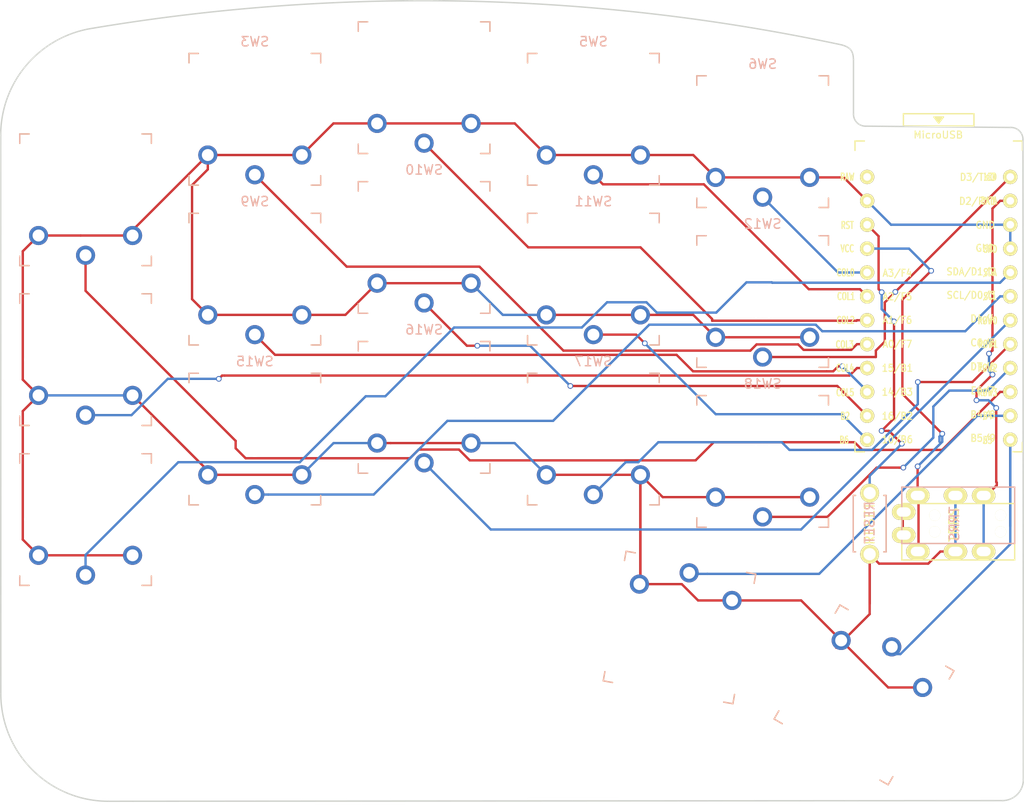
<source format=kicad_pcb>
(kicad_pcb (version 20171130) (host pcbnew 5.1.6)

  (general
    (thickness 1.6)
    (drawings 12)
    (tracks 276)
    (zones 0)
    (modules 20)
    (nets 24)
  )

  (page A4)
  (title_block
    (title "Cradio Mindbend Edition")
    (date 2020-08-06)
    (rev 1.0)
    (company broomlabs)
  )

  (layers
    (0 F.Cu signal)
    (31 B.Cu signal)
    (32 B.Adhes user)
    (33 F.Adhes user)
    (34 B.Paste user hide)
    (35 F.Paste user)
    (36 B.SilkS user)
    (37 F.SilkS user)
    (38 B.Mask user)
    (39 F.Mask user)
    (40 Dwgs.User user)
    (41 Cmts.User user)
    (42 Eco1.User user)
    (43 Eco2.User user)
    (44 Edge.Cuts user)
    (45 Margin user)
    (46 B.CrtYd user)
    (47 F.CrtYd user)
    (48 B.Fab user hide)
    (49 F.Fab user)
  )

  (setup
    (last_trace_width 0.25)
    (user_trace_width 0.5)
    (trace_clearance 0.2)
    (zone_clearance 0.508)
    (zone_45_only no)
    (trace_min 0.2)
    (via_size 0.6)
    (via_drill 0.4)
    (via_min_size 0.4)
    (via_min_drill 0.3)
    (uvia_size 0.3)
    (uvia_drill 0.1)
    (uvias_allowed no)
    (uvia_min_size 0.2)
    (uvia_min_drill 0.1)
    (edge_width 0.15)
    (segment_width 0.15)
    (pcb_text_width 0.3)
    (pcb_text_size 1.5 1.5)
    (mod_edge_width 0.15)
    (mod_text_size 1 1)
    (mod_text_width 0.15)
    (pad_size 2.032 2.032)
    (pad_drill 1.27)
    (pad_to_mask_clearance 0.2)
    (aux_axis_origin 145.73 12.66)
    (visible_elements FFFFEFFF)
    (pcbplotparams
      (layerselection 0x010cc_ffffffff)
      (usegerberextensions true)
      (usegerberattributes false)
      (usegerberadvancedattributes false)
      (creategerberjobfile false)
      (excludeedgelayer true)
      (linewidth 0.150000)
      (plotframeref false)
      (viasonmask false)
      (mode 1)
      (useauxorigin false)
      (hpglpennumber 1)
      (hpglpenspeed 20)
      (hpglpendiameter 15.000000)
      (psnegative false)
      (psa4output false)
      (plotreference true)
      (plotvalue true)
      (plotinvisibletext false)
      (padsonsilk false)
      (subtractmaskfromsilk false)
      (outputformat 1)
      (mirror false)
      (drillshape 0)
      (scaleselection 1)
      (outputdirectory "gerber/"))
  )

  (net 0 "")
  (net 1 row0)
  (net 2 row1)
  (net 3 row2)
  (net 4 row3)
  (net 5 "Net-(D20-Pad2)")
  (net 6 GND)
  (net 7 VCC)
  (net 8 col1)
  (net 9 col2)
  (net 10 col3)
  (net 11 col4)
  (net 12 col5)
  (net 13 LED)
  (net 14 data)
  (net 15 reset)
  (net 16 SCL)
  (net 17 SDA)
  (net 18 "Net-(U1-Pad14)")
  (net 19 "Net-(U1-Pad13)")
  (net 20 "Net-(U1-Pad12)")
  (net 21 "Net-(U1-Pad11)")
  (net 22 "Net-(J1-PadA)")
  (net 23 "Net-(U1-Pad24)")

  (net_class Default "これは標準のネット クラスです。"
    (clearance 0.2)
    (trace_width 0.25)
    (via_dia 0.6)
    (via_drill 0.4)
    (uvia_dia 0.3)
    (uvia_drill 0.1)
    (add_net GND)
    (add_net LED)
    (add_net "Net-(D20-Pad2)")
    (add_net "Net-(J1-PadA)")
    (add_net "Net-(U1-Pad11)")
    (add_net "Net-(U1-Pad12)")
    (add_net "Net-(U1-Pad13)")
    (add_net "Net-(U1-Pad14)")
    (add_net "Net-(U1-Pad24)")
    (add_net SCL)
    (add_net SDA)
    (add_net VCC)
    (add_net col1)
    (add_net col2)
    (add_net col3)
    (add_net col4)
    (add_net col5)
    (add_net data)
    (add_net reset)
    (add_net row0)
    (add_net row1)
    (add_net row2)
    (add_net row3)
  )

  (module kbd:ProMicro_v3 (layer F.Cu) (tedit 5EAE9E67) (tstamp 5C238F3C)
    (at 134.72 49.15)
    (path /5A5E14C2)
    (fp_text reference U1 (at -0.1 -0.05 270) (layer F.SilkS) hide
      (effects (font (size 1 1) (thickness 0.15)))
    )
    (fp_text value ProMicro (at -0.45 -17) (layer F.Fab) hide
      (effects (font (size 1 1) (thickness 0.15)))
    )
    (fp_line (start 8.9 14.75) (end 7.89 14.75) (layer F.SilkS) (width 0.15))
    (fp_line (start -8.9 14.75) (end -7.9 14.75) (layer F.SilkS) (width 0.15))
    (fp_line (start 8.9 13.75) (end 8.9 14.75) (layer F.SilkS) (width 0.15))
    (fp_line (start -8.9 13.7) (end -8.9 14.75) (layer F.SilkS) (width 0.15))
    (fp_line (start 8.9 -18.3) (end 7.95 -18.3) (layer F.SilkS) (width 0.15))
    (fp_line (start -8.9 -18.3) (end -7.9 -18.3) (layer F.SilkS) (width 0.15))
    (fp_line (start 8.9 -18.3) (end 8.9 -17.3) (layer F.SilkS) (width 0.15))
    (fp_line (start -8.9 -18.3) (end -8.9 -17.3) (layer F.SilkS) (width 0.15))
    (fp_line (start -8.9 14.75) (end -8.9 -18.3) (layer F.Fab) (width 0.15))
    (fp_line (start 8.9 14.75) (end -8.9 14.75) (layer F.Fab) (width 0.15))
    (fp_line (start 8.9 -18.3) (end 8.9 14.75) (layer F.Fab) (width 0.15))
    (fp_line (start -8.9 -18.3) (end -3.75 -18.3) (layer F.Fab) (width 0.15))
    (fp_line (start -3.75 -19.6) (end 3.75 -19.6) (layer F.Fab) (width 0.15))
    (fp_line (start 3.75 -19.6) (end 3.75 -18.3) (layer F.Fab) (width 0.15))
    (fp_line (start -3.75 -19.6) (end -3.75 -18.299039) (layer F.Fab) (width 0.15))
    (fp_line (start -3.75 -18.3) (end 3.75 -18.3) (layer F.Fab) (width 0.15))
    (fp_line (start 3.76 -18.3) (end 8.9 -18.3) (layer F.Fab) (width 0.15))
    (fp_line (start -3.75 -21.2) (end -3.75 -19.9) (layer F.SilkS) (width 0.15))
    (fp_line (start -3.75 -19.9) (end 3.75 -19.9) (layer F.SilkS) (width 0.15))
    (fp_line (start 3.75 -19.9) (end 3.75 -21.2) (layer F.SilkS) (width 0.15))
    (fp_line (start 3.75 -21.2) (end -3.75 -21.2) (layer F.SilkS) (width 0.15))
    (fp_line (start -0.5 -20.85) (end 0.5 -20.85) (layer F.SilkS) (width 0.15))
    (fp_line (start 0.5 -20.85) (end 0 -20.2) (layer F.SilkS) (width 0.15))
    (fp_line (start 0 -20.2) (end -0.5 -20.85) (layer F.SilkS) (width 0.15))
    (fp_line (start -0.35 -20.7) (end 0.35 -20.7) (layer F.SilkS) (width 0.15))
    (fp_line (start -0.25 -20.55) (end 0.25 -20.55) (layer F.SilkS) (width 0.15))
    (fp_line (start -0.15 -20.4) (end 0.15 -20.4) (layer F.SilkS) (width 0.15))
    (fp_text user "" (at -1.2065 -16.256) (layer B.SilkS)
      (effects (font (size 1 1) (thickness 0.15)) (justify mirror))
    )
    (fp_text user "" (at -0.545 -17.4) (layer F.SilkS)
      (effects (font (size 1 1) (thickness 0.15)))
    )
    (fp_text user RAW (at -9.7155 -14.478 unlocked) (layer F.SilkS)
      (effects (font (size 0.75 0.5) (thickness 0.125)))
    )
    (fp_text user GND (at 5.461 -6.7945 unlocked) (layer F.SilkS)
      (effects (font (size 0.75 0.5) (thickness 0.125)))
    )
    (fp_text user RST (at -9.7155 -9.3345 unlocked) (layer F.SilkS)
      (effects (font (size 0.75 0.5) (thickness 0.125)))
    )
    (fp_text user VCC (at -9.7155 -6.858 unlocked) (layer F.SilkS)
      (effects (font (size 0.75 0.5) (thickness 0.125)))
    )
    (fp_text user A3/F4 (at -4.395 -4.25 unlocked) (layer F.SilkS)
      (effects (font (size 0.75 0.67) (thickness 0.125)))
    )
    (fp_text user A2/F5 (at -4.395 -1.75 unlocked) (layer F.SilkS)
      (effects (font (size 0.75 0.67) (thickness 0.125)))
    )
    (fp_text user A1/F6 (at -4.395 0.75 unlocked) (layer F.SilkS)
      (effects (font (size 0.75 0.67) (thickness 0.125)))
    )
    (fp_text user A0/F7 (at -4.395 3.3 unlocked) (layer F.SilkS)
      (effects (font (size 0.75 0.67) (thickness 0.125)))
    )
    (fp_text user 15/B1 (at -4.395 5.85 unlocked) (layer F.SilkS)
      (effects (font (size 0.75 0.67) (thickness 0.125)))
    )
    (fp_text user 14/B3 (at -4.395 8.4 unlocked) (layer F.SilkS)
      (effects (font (size 0.75 0.67) (thickness 0.125)))
    )
    (fp_text user 10/B6 (at -4.395 13.45 unlocked) (layer F.SilkS)
      (effects (font (size 0.75 0.67) (thickness 0.125)))
    )
    (fp_text user 16/B2 (at -4.395 10.95 unlocked) (layer F.SilkS)
      (effects (font (size 0.75 0.67) (thickness 0.125)))
    )
    (fp_text user E6/7 (at 4.705 8.25 unlocked) (layer F.SilkS)
      (effects (font (size 0.75 0.67) (thickness 0.125)))
    )
    (fp_text user D7/6 (at 4.705 5.7 unlocked) (layer F.SilkS)
      (effects (font (size 0.75 0.67) (thickness 0.125)))
    )
    (fp_text user GND (at 4.955 -9.35 unlocked) (layer F.SilkS)
      (effects (font (size 0.75 0.67) (thickness 0.125)))
    )
    (fp_text user GND (at 4.955 -6.9 unlocked) (layer F.SilkS)
      (effects (font (size 0.75 0.67) (thickness 0.125)))
    )
    (fp_text user D3/TX0 (at 4.155 -14.45 unlocked) (layer F.SilkS)
      (effects (font (size 0.75 0.67) (thickness 0.125)))
    )
    (fp_text user D4/4 (at 4.705 0.6 unlocked) (layer F.SilkS)
      (effects (font (size 0.75 0.67) (thickness 0.125)))
    )
    (fp_text user SDA/D1/2 (at 3.455 -4.4 unlocked) (layer F.SilkS)
      (effects (font (size 0.75 0.67) (thickness 0.125)))
    )
    (fp_text user SCL/D0/3 (at 3.455 -1.9 unlocked) (layer F.SilkS)
      (effects (font (size 0.75 0.67) (thickness 0.125)))
    )
    (fp_text user C6/5 (at 4.705 3.15 unlocked) (layer F.SilkS)
      (effects (font (size 0.75 0.67) (thickness 0.125)))
    )
    (fp_text user B5/9 (at 4.705 13.3 unlocked) (layer F.SilkS)
      (effects (font (size 0.75 0.67) (thickness 0.125)))
    )
    (fp_text user D2/RX1 (at 4.155 -11.9 unlocked) (layer F.SilkS)
      (effects (font (size 0.75 0.67) (thickness 0.125)))
    )
    (fp_text user B4/8 (at 4.705 10.8 unlocked) (layer F.SilkS)
      (effects (font (size 0.75 0.67) (thickness 0.125)))
    )
    (fp_text user MicroUSB (at -0.05 -18.95) (layer F.SilkS)
      (effects (font (size 0.75 0.75) (thickness 0.12)))
    )
    (fp_text user LED (at 5.5 -14.478) (layer F.SilkS)
      (effects (font (size 0.75 0.5) (thickness 0.125)))
    )
    (fp_text user DATA (at 5.35 -11.95) (layer F.SilkS)
      (effects (font (size 0.75 0.5) (thickness 0.125)))
    )
    (fp_text user COL3 (at -10 3.35) (layer F.SilkS)
      (effects (font (size 0.75 0.5) (thickness 0.125)))
    )
    (fp_text user ROW0 (at 5.2 0.8) (layer F.SilkS)
      (effects (font (size 0.75 0.5) (thickness 0.125)))
    )
    (fp_text user COL2 (at -9.9 0.762) (layer F.SilkS)
      (effects (font (size 0.75 0.5) (thickness 0.125)))
    )
    (fp_text user SCL (at 5.461 -1.778) (layer F.SilkS)
      (effects (font (size 0.75 0.5) (thickness 0.125)))
    )
    (fp_text user COL1 (at -9.85 -1.778) (layer F.SilkS)
      (effects (font (size 0.75 0.5) (thickness 0.125)))
    )
    (fp_text user SDA (at 5.461 -4.318) (layer F.SilkS)
      (effects (font (size 0.75 0.5) (thickness 0.125)))
    )
    (fp_text user COL0 (at -9.9 -4.3) (layer F.SilkS)
      (effects (font (size 0.75 0.5) (thickness 0.125)))
    )
    (fp_text user B6 (at -10.05 13.5) (layer F.SilkS)
      (effects (font (size 0.75 0.5) (thickness 0.125)))
    )
    (fp_text user B5 (at 5.2 13.5255) (layer F.SilkS)
      (effects (font (size 0.75 0.5) (thickness 0.125)))
    )
    (fp_text user B4 (at 5.2 10.922) (layer F.SilkS)
      (effects (font (size 0.75 0.5) (thickness 0.125)))
    )
    (fp_text user B2 (at -9.95 10.95) (layer F.SilkS)
      (effects (font (size 0.75 0.5) (thickness 0.125)))
    )
    (fp_text user ROW3 (at 5.2 8.4455) (layer F.SilkS)
      (effects (font (size 0.75 0.5) (thickness 0.125)))
    )
    (fp_text user COL5 (at -9.95 8.4455) (layer F.SilkS)
      (effects (font (size 0.75 0.5) (thickness 0.125)))
    )
    (fp_text user ROW2 (at 5.2 5.85) (layer F.SilkS)
      (effects (font (size 0.75 0.5) (thickness 0.125)))
    )
    (fp_text user COL4 (at -9.95 5.85) (layer F.SilkS)
      (effects (font (size 0.75 0.5) (thickness 0.125)))
    )
    (fp_text user ROW1 (at 5.25 3.302) (layer F.SilkS)
      (effects (font (size 0.75 0.5) (thickness 0.125)))
    )
    (pad 24 thru_hole circle (at -7.6086 -14.478) (size 1.524 1.524) (drill 0.8128) (layers *.Cu *.Mask F.SilkS)
      (net 23 "Net-(U1-Pad24)"))
    (pad 23 thru_hole circle (at -7.6086 -11.938) (size 1.524 1.524) (drill 0.8128) (layers *.Cu *.Mask F.SilkS)
      (net 6 GND))
    (pad 22 thru_hole circle (at -7.6086 -9.398) (size 1.524 1.524) (drill 0.8128) (layers *.Cu *.Mask F.SilkS)
      (net 15 reset))
    (pad 21 thru_hole circle (at -7.6086 -6.858) (size 1.524 1.524) (drill 0.8128) (layers *.Cu *.Mask F.SilkS)
      (net 7 VCC))
    (pad 20 thru_hole circle (at -7.6086 -4.318) (size 1.524 1.524) (drill 0.8128) (layers *.Cu *.Mask F.SilkS)
      (net 5 "Net-(D20-Pad2)"))
    (pad 19 thru_hole circle (at -7.6086 -1.778) (size 1.524 1.524) (drill 0.8128) (layers *.Cu *.Mask F.SilkS)
      (net 8 col1))
    (pad 18 thru_hole circle (at -7.6086 0.762) (size 1.524 1.524) (drill 0.8128) (layers *.Cu *.Mask F.SilkS)
      (net 9 col2))
    (pad 17 thru_hole circle (at -7.6086 3.302) (size 1.524 1.524) (drill 0.8128) (layers *.Cu *.Mask F.SilkS)
      (net 10 col3))
    (pad 16 thru_hole circle (at -7.6086 5.842) (size 1.524 1.524) (drill 0.8128) (layers *.Cu *.Mask F.SilkS)
      (net 11 col4))
    (pad 15 thru_hole circle (at -7.6086 8.382) (size 1.524 1.524) (drill 0.8128) (layers *.Cu *.Mask F.SilkS)
      (net 12 col5))
    (pad 14 thru_hole circle (at -7.6086 10.922) (size 1.524 1.524) (drill 0.8128) (layers *.Cu *.Mask F.SilkS)
      (net 18 "Net-(U1-Pad14)"))
    (pad 13 thru_hole circle (at -7.6086 13.462) (size 1.524 1.524) (drill 0.8128) (layers *.Cu *.Mask F.SilkS)
      (net 19 "Net-(U1-Pad13)"))
    (pad 12 thru_hole circle (at 7.6114 13.462) (size 1.524 1.524) (drill 0.8128) (layers *.Cu *.Mask F.SilkS)
      (net 20 "Net-(U1-Pad12)"))
    (pad 11 thru_hole circle (at 7.6114 10.922) (size 1.524 1.524) (drill 0.8128) (layers *.Cu *.Mask F.SilkS)
      (net 21 "Net-(U1-Pad11)"))
    (pad 10 thru_hole circle (at 7.6114 8.382) (size 1.524 1.524) (drill 0.8128) (layers *.Cu *.Mask F.SilkS)
      (net 4 row3))
    (pad 9 thru_hole circle (at 7.6114 5.842) (size 1.524 1.524) (drill 0.8128) (layers *.Cu *.Mask F.SilkS)
      (net 3 row2))
    (pad 8 thru_hole circle (at 7.6114 3.302) (size 1.524 1.524) (drill 0.8128) (layers *.Cu *.Mask F.SilkS)
      (net 2 row1))
    (pad 7 thru_hole circle (at 7.6114 0.762) (size 1.524 1.524) (drill 0.8128) (layers *.Cu *.Mask F.SilkS)
      (net 1 row0))
    (pad 6 thru_hole circle (at 7.6114 -1.778) (size 1.524 1.524) (drill 0.8128) (layers *.Cu *.Mask F.SilkS)
      (net 16 SCL))
    (pad 5 thru_hole circle (at 7.6114 -4.318) (size 1.524 1.524) (drill 0.8128) (layers *.Cu *.Mask F.SilkS)
      (net 17 SDA))
    (pad 4 thru_hole circle (at 7.6114 -6.858) (size 1.524 1.524) (drill 0.8128) (layers *.Cu *.Mask F.SilkS)
      (net 6 GND))
    (pad 3 thru_hole circle (at 7.6114 -9.398) (size 1.524 1.524) (drill 0.8128) (layers *.Cu *.Mask F.SilkS)
      (net 6 GND))
    (pad 2 thru_hole circle (at 7.6114 -11.938) (size 1.524 1.524) (drill 0.8128) (layers *.Cu *.Mask F.SilkS)
      (net 14 data))
    (pad 1 thru_hole circle (at 7.6114 -14.478) (size 1.524 1.524) (drill 0.8128) (layers *.Cu *.Mask F.SilkS)
      (net 13 LED))
  )

  (module chocs:SW_PG1350_reversible_b2 (layer B.Cu) (tedit 5EF324D0) (tstamp 5EBA60B1)
    (at 107.16 82.58 350)
    (descr "Kailh \"Choc\" PG1350 keyswitch, able to be mounted on front or back of PCB")
    (tags kailh,choc)
    (path /5A5E37A4)
    (fp_text reference SW20 (at 4.600001 -6 170) (layer Dwgs.User) hide
      (effects (font (size 1 1) (thickness 0.15)))
    )
    (fp_text value SW_PUSH (at -0.5 -6 170) (layer Dwgs.User) hide
      (effects (font (size 1 1) (thickness 0.15)))
    )
    (fp_line (start 6 7) (end 7 7) (layer B.SilkS) (width 0.15))
    (fp_line (start 7 7) (end 7 6) (layer B.SilkS) (width 0.15))
    (fp_line (start 7 -6) (end 7 -7) (layer B.SilkS) (width 0.15))
    (fp_line (start 7 -7) (end 6 -7) (layer B.SilkS) (width 0.15))
    (fp_line (start -6 -7) (end -7 -7) (layer B.SilkS) (width 0.15))
    (fp_line (start -7 -7) (end -7 -6) (layer B.SilkS) (width 0.15))
    (fp_line (start -7 6) (end -7 7) (layer B.SilkS) (width 0.15))
    (fp_line (start -7 7) (end -6 7) (layer B.SilkS) (width 0.15))
    (fp_line (start -2.6 3.1) (end 2.6 3.1) (layer Eco2.User) (width 0.15))
    (fp_line (start 2.6 3.1) (end 2.6 6.3) (layer Eco2.User) (width 0.15))
    (fp_line (start 2.6 6.3) (end -2.6 6.3) (layer Eco2.User) (width 0.15))
    (fp_line (start -2.6 3.1) (end -2.6 6.3) (layer Eco2.User) (width 0.15))
    (fp_line (start -7 6) (end -7 7) (layer F.SilkS) (width 0.15))
    (fp_line (start -7 7) (end -6 7) (layer F.SilkS) (width 0.15))
    (fp_line (start -6 -7) (end -7 -7) (layer F.SilkS) (width 0.15))
    (fp_line (start -7 -7) (end -7 -6) (layer F.SilkS) (width 0.15))
    (fp_line (start 7 -6) (end 7 -7) (layer F.SilkS) (width 0.15))
    (fp_line (start 7 -7) (end 6 -7) (layer F.SilkS) (width 0.15))
    (fp_line (start 6 7) (end 7 7) (layer F.SilkS) (width 0.15))
    (fp_line (start 7 7) (end 7 6) (layer F.SilkS) (width 0.15))
    (fp_line (start -6.9 -6.9) (end 6.9 -6.9) (layer Eco2.User) (width 0.15))
    (fp_line (start 6.9 6.9) (end -6.9 6.9) (layer Eco2.User) (width 0.15))
    (fp_line (start 6.9 6.9) (end 6.9 -6.9) (layer Eco2.User) (width 0.15))
    (fp_line (start -6.9 -6.9) (end -6.9 6.9) (layer Eco2.User) (width 0.15))
    (fp_line (start -7.5 7.5) (end 7.5 7.5) (layer F.Fab) (width 0.15))
    (fp_line (start 7.5 7.5) (end 7.5 -7.5) (layer F.Fab) (width 0.15))
    (fp_line (start 7.5 -7.5) (end -7.5 -7.5) (layer F.Fab) (width 0.15))
    (fp_line (start -7.5 -7.5) (end -7.5 7.5) (layer F.Fab) (width 0.15))
    (fp_line (start -7.5 7.5) (end 7.5 7.5) (layer B.Fab) (width 0.15))
    (fp_line (start 7.5 -7.5) (end -7.5 -7.5) (layer B.Fab) (width 0.15))
    (fp_line (start 7.5 7.5) (end 7.5 -7.5) (layer B.Fab) (width 0.15))
    (fp_line (start -7.5 -7.5) (end -7.5 7.5) (layer B.Fab) (width 0.15))
    (fp_line (start -9 -8.5) (end -9 8.5) (layer Eco1.User) (width 0.12))
    (fp_line (start -9 8.5) (end 9 8.5) (layer Eco1.User) (width 0.12))
    (fp_line (start 9 -8.5) (end 9 8.5) (layer Eco1.User) (width 0.12))
    (fp_line (start -9 -8.5) (end 9 -8.5) (layer Eco1.User) (width 0.12))
    (fp_text user %R (at 0 0 170) (layer B.Fab)
      (effects (font (size 1 1) (thickness 0.15)) (justify mirror))
    )
    (fp_text user %V (at 0 -8.255 170) (layer F.Fab)
      (effects (font (size 1 1) (thickness 0.15)))
    )
    (fp_text user %R (at 0 0 170) (layer B.Fab)
      (effects (font (size 1 1) (thickness 0.15)) (justify mirror))
    )
    (fp_text user %R (at 0 0 170) (layer B.Fab)
      (effects (font (size 1 1) (thickness 0.15)) (justify mirror))
    )
    (pad "" np_thru_hole circle (at -5.22 4.2 350) (size 0.9906 0.9906) (drill 0.9906) (layers *.Cu *.Mask))
    (pad 2 thru_hole circle (at 5 -3.8 350) (size 2.032 2.032) (drill 1.27) (layers *.Cu *.Mask)
      (net 6 GND))
    (pad "" np_thru_hole circle (at 0 0 350) (size 3.429 3.429) (drill 3.429) (layers *.Cu *.Mask))
    (pad 2 thru_hole circle (at -5 -3.8 350) (size 2.032 2.032) (drill 1.27) (layers *.Cu *.Mask)
      (net 6 GND))
    (pad 1 thru_hole circle (at 0 -5.9 350) (size 2.032 2.032) (drill 1.27) (layers *.Cu *.Mask)
      (net 21 "Net-(U1-Pad11)"))
    (pad "" np_thru_hole circle (at 5.22 4.2 350) (size 0.9906 0.9906) (drill 0.9906) (layers *.Cu *.Mask))
    (pad "" np_thru_hole circle (at 5.5 0 350) (size 1.7018 1.7018) (drill 1.7018) (layers *.Cu *.Mask))
    (pad "" np_thru_hole circle (at -5.5 0 350) (size 1.7018 1.7018) (drill 1.7018) (layers *.Cu *.Mask))
  )

  (module chocs:SW_PG1350_reversible_b2 (layer F.Cu) (tedit 5EF324D0) (tstamp 5C23880A)
    (at 116 64.92)
    (descr "Kailh \"Choc\" PG1350 keyswitch, able to be mounted on front or back of PCB")
    (tags kailh,choc)
    (path /5A5E35D5)
    (fp_text reference SW18 (at 4.6 6 180) (layer Dwgs.User) hide
      (effects (font (size 1 1) (thickness 0.15)))
    )
    (fp_text value SW_PUSH (at -0.5 6 180) (layer Dwgs.User) hide
      (effects (font (size 1 1) (thickness 0.15)))
    )
    (fp_line (start 6 -7) (end 7 -7) (layer F.SilkS) (width 0.15))
    (fp_line (start 7 -7) (end 7 -6) (layer F.SilkS) (width 0.15))
    (fp_line (start 7 6) (end 7 7) (layer F.SilkS) (width 0.15))
    (fp_line (start 7 7) (end 6 7) (layer F.SilkS) (width 0.15))
    (fp_line (start -6 7) (end -7 7) (layer F.SilkS) (width 0.15))
    (fp_line (start -7 7) (end -7 6) (layer F.SilkS) (width 0.15))
    (fp_line (start -7 -6) (end -7 -7) (layer F.SilkS) (width 0.15))
    (fp_line (start -7 -7) (end -6 -7) (layer F.SilkS) (width 0.15))
    (fp_line (start -2.6 -3.1) (end 2.6 -3.1) (layer Eco2.User) (width 0.15))
    (fp_line (start 2.6 -3.1) (end 2.6 -6.3) (layer Eco2.User) (width 0.15))
    (fp_line (start 2.6 -6.3) (end -2.6 -6.3) (layer Eco2.User) (width 0.15))
    (fp_line (start -2.6 -3.1) (end -2.6 -6.3) (layer Eco2.User) (width 0.15))
    (fp_line (start -7 -6) (end -7 -7) (layer B.SilkS) (width 0.15))
    (fp_line (start -7 -7) (end -6 -7) (layer B.SilkS) (width 0.15))
    (fp_line (start -6 7) (end -7 7) (layer B.SilkS) (width 0.15))
    (fp_line (start -7 7) (end -7 6) (layer B.SilkS) (width 0.15))
    (fp_line (start 7 6) (end 7 7) (layer B.SilkS) (width 0.15))
    (fp_line (start 7 7) (end 6 7) (layer B.SilkS) (width 0.15))
    (fp_line (start 6 -7) (end 7 -7) (layer B.SilkS) (width 0.15))
    (fp_line (start 7 -7) (end 7 -6) (layer B.SilkS) (width 0.15))
    (fp_line (start -6.9 6.9) (end 6.9 6.9) (layer Eco2.User) (width 0.15))
    (fp_line (start 6.9 -6.9) (end -6.9 -6.9) (layer Eco2.User) (width 0.15))
    (fp_line (start 6.9 -6.9) (end 6.9 6.9) (layer Eco2.User) (width 0.15))
    (fp_line (start -6.9 6.9) (end -6.9 -6.9) (layer Eco2.User) (width 0.15))
    (fp_line (start -7.5 -7.5) (end 7.5 -7.5) (layer B.Fab) (width 0.15))
    (fp_line (start 7.5 -7.5) (end 7.5 7.5) (layer B.Fab) (width 0.15))
    (fp_line (start 7.5 7.5) (end -7.5 7.5) (layer B.Fab) (width 0.15))
    (fp_line (start -7.5 7.5) (end -7.5 -7.5) (layer B.Fab) (width 0.15))
    (fp_line (start -7.5 -7.5) (end 7.5 -7.5) (layer F.Fab) (width 0.15))
    (fp_line (start 7.5 7.5) (end -7.5 7.5) (layer F.Fab) (width 0.15))
    (fp_line (start 7.5 -7.5) (end 7.5 7.5) (layer F.Fab) (width 0.15))
    (fp_line (start -7.5 7.5) (end -7.5 -7.5) (layer F.Fab) (width 0.15))
    (fp_line (start -9 8.5) (end -9 -8.5) (layer Eco1.User) (width 0.12))
    (fp_line (start -9 -8.5) (end 9 -8.5) (layer Eco1.User) (width 0.12))
    (fp_line (start 9 8.5) (end 9 -8.5) (layer Eco1.User) (width 0.12))
    (fp_line (start -9 8.5) (end 9 8.5) (layer Eco1.User) (width 0.12))
    (fp_text user %R (at 0 -8.255) (layer B.SilkS)
      (effects (font (size 1 1) (thickness 0.15)) (justify mirror))
    )
    (fp_text user %V (at 0 8.255) (layer B.Fab)
      (effects (font (size 1 1) (thickness 0.15)) (justify mirror))
    )
    (fp_text user %R (at 0 0) (layer F.Fab)
      (effects (font (size 1 1) (thickness 0.15)))
    )
    (fp_text user %R (at 0 0) (layer F.Fab)
      (effects (font (size 1 1) (thickness 0.15)))
    )
    (pad "" np_thru_hole circle (at -5.22 -4.2) (size 0.9906 0.9906) (drill 0.9906) (layers *.Cu *.Mask))
    (pad 2 thru_hole circle (at 5 3.8) (size 2.032 2.032) (drill 1.27) (layers *.Cu *.Mask)
      (net 6 GND))
    (pad "" np_thru_hole circle (at 0 0) (size 3.429 3.429) (drill 3.429) (layers *.Cu *.Mask))
    (pad 2 thru_hole circle (at -5 3.8) (size 2.032 2.032) (drill 1.27) (layers *.Cu *.Mask)
      (net 6 GND))
    (pad 1 thru_hole circle (at 0 5.9) (size 2.032 2.032) (drill 1.27) (layers *.Cu *.Mask)
      (net 3 row2))
    (pad "" np_thru_hole circle (at 5.22 -4.2) (size 0.9906 0.9906) (drill 0.9906) (layers *.Cu *.Mask))
    (pad "" np_thru_hole circle (at 5.5 0) (size 1.7018 1.7018) (drill 1.7018) (layers *.Cu *.Mask))
    (pad "" np_thru_hole circle (at -5.5 0) (size 1.7018 1.7018) (drill 1.7018) (layers *.Cu *.Mask))
  )

  (module chocs:SW_PG1350_reversible_b2 (layer B.Cu) (tedit 5EF324D0) (tstamp 5EBA613E)
    (at 126.78 89.75 330)
    (descr "Kailh \"Choc\" PG1350 keyswitch, able to be mounted on front or back of PCB")
    (tags kailh,choc)
    (path /5A5E37B0)
    (fp_text reference SW21 (at 4.6 -6 330) (layer Dwgs.User) hide
      (effects (font (size 1 1) (thickness 0.15)))
    )
    (fp_text value SW_PUSH (at -0.5 -6 330) (layer Dwgs.User) hide
      (effects (font (size 1 1) (thickness 0.15)))
    )
    (fp_line (start 6 7) (end 7 7) (layer B.SilkS) (width 0.15))
    (fp_line (start 7 7) (end 7 6) (layer B.SilkS) (width 0.15))
    (fp_line (start 7 -6) (end 7 -7) (layer B.SilkS) (width 0.15))
    (fp_line (start 7 -7) (end 6 -7) (layer B.SilkS) (width 0.15))
    (fp_line (start -6 -7) (end -7 -7) (layer B.SilkS) (width 0.15))
    (fp_line (start -7 -7) (end -7 -6) (layer B.SilkS) (width 0.15))
    (fp_line (start -7 6) (end -7 7) (layer B.SilkS) (width 0.15))
    (fp_line (start -7 7) (end -6 7) (layer B.SilkS) (width 0.15))
    (fp_line (start -2.6 3.1) (end 2.6 3.1) (layer Eco2.User) (width 0.15))
    (fp_line (start 2.6 3.1) (end 2.6 6.3) (layer Eco2.User) (width 0.15))
    (fp_line (start 2.6 6.3) (end -2.6 6.3) (layer Eco2.User) (width 0.15))
    (fp_line (start -2.6 3.1) (end -2.6 6.3) (layer Eco2.User) (width 0.15))
    (fp_line (start -7 6) (end -7 7) (layer F.SilkS) (width 0.15))
    (fp_line (start -7 7) (end -6 7) (layer F.SilkS) (width 0.15))
    (fp_line (start -6 -7) (end -7 -7) (layer F.SilkS) (width 0.15))
    (fp_line (start -7 -7) (end -7 -6) (layer F.SilkS) (width 0.15))
    (fp_line (start 7 -6) (end 7 -7) (layer F.SilkS) (width 0.15))
    (fp_line (start 7 -7) (end 6 -7) (layer F.SilkS) (width 0.15))
    (fp_line (start 6 7) (end 7 7) (layer F.SilkS) (width 0.15))
    (fp_line (start 7 7) (end 7 6) (layer F.SilkS) (width 0.15))
    (fp_line (start -6.9 -6.9) (end 6.9 -6.9) (layer Eco2.User) (width 0.15))
    (fp_line (start 6.9 6.9) (end -6.9 6.9) (layer Eco2.User) (width 0.15))
    (fp_line (start 6.9 6.9) (end 6.9 -6.9) (layer Eco2.User) (width 0.15))
    (fp_line (start -6.9 -6.9) (end -6.9 6.9) (layer Eco2.User) (width 0.15))
    (fp_line (start -7.5 7.5) (end 7.5 7.5) (layer F.Fab) (width 0.15))
    (fp_line (start 7.5 7.5) (end 7.5 -7.5) (layer F.Fab) (width 0.15))
    (fp_line (start 7.5 -7.5) (end -7.5 -7.5) (layer F.Fab) (width 0.15))
    (fp_line (start -7.5 -7.5) (end -7.5 7.5) (layer F.Fab) (width 0.15))
    (fp_line (start -7.5 7.5) (end 7.5 7.5) (layer B.Fab) (width 0.15))
    (fp_line (start 7.5 -7.5) (end -7.5 -7.5) (layer B.Fab) (width 0.15))
    (fp_line (start 7.5 7.5) (end 7.5 -7.5) (layer B.Fab) (width 0.15))
    (fp_line (start -7.5 -7.5) (end -7.5 7.5) (layer B.Fab) (width 0.15))
    (fp_line (start -9 -8.5) (end -9 8.5) (layer Eco1.User) (width 0.12))
    (fp_line (start -9 8.5) (end 9 8.5) (layer Eco1.User) (width 0.12))
    (fp_line (start 9 -8.5) (end 9 8.5) (layer Eco1.User) (width 0.12))
    (fp_line (start -9 -8.5) (end 9 -8.5) (layer Eco1.User) (width 0.12))
    (fp_text user %V (at 0 -8.255 150) (layer F.Fab)
      (effects (font (size 1 1) (thickness 0.15)))
    )
    (fp_text user %R (at 0 0 150) (layer B.Fab)
      (effects (font (size 1 1) (thickness 0.15)) (justify mirror))
    )
    (fp_text user %R (at 0 0 150) (layer B.Fab)
      (effects (font (size 1 1) (thickness 0.15)) (justify mirror))
    )
    (pad "" np_thru_hole circle (at -5.22 4.2 330) (size 0.9906 0.9906) (drill 0.9906) (layers *.Cu *.Mask))
    (pad 2 thru_hole circle (at 5 -3.8 330) (size 2.032 2.032) (drill 1.27) (layers *.Cu *.Mask)
      (net 6 GND))
    (pad "" np_thru_hole circle (at 0 0 330) (size 3.429 3.429) (drill 3.429) (layers *.Cu *.Mask))
    (pad 2 thru_hole circle (at -5 -3.8 330) (size 2.032 2.032) (drill 1.27) (layers *.Cu *.Mask)
      (net 6 GND))
    (pad 1 thru_hole circle (at 0 -5.9 330) (size 2.032 2.032) (drill 1.27) (layers *.Cu *.Mask)
      (net 20 "Net-(U1-Pad12)"))
    (pad "" np_thru_hole circle (at 5.22 4.2 330) (size 0.9906 0.9906) (drill 0.9906) (layers *.Cu *.Mask))
    (pad "" np_thru_hole circle (at 5.5 0 330) (size 1.7018 1.7018) (drill 1.7018) (layers *.Cu *.Mask))
    (pad "" np_thru_hole circle (at -5.5 0 330) (size 1.7018 1.7018) (drill 1.7018) (layers *.Cu *.Mask))
  )

  (module chocs:SW_PG1350_reversible_b2 (layer F.Cu) (tedit 5EF324D0) (tstamp 5C2387F4)
    (at 98 62.545)
    (descr "Kailh \"Choc\" PG1350 keyswitch, able to be mounted on front or back of PCB")
    (tags kailh,choc)
    (path /5A5E35CF)
    (fp_text reference SW17 (at 4.6 6 180) (layer Dwgs.User) hide
      (effects (font (size 1 1) (thickness 0.15)))
    )
    (fp_text value SW_PUSH (at -0.5 6 180) (layer Dwgs.User) hide
      (effects (font (size 1 1) (thickness 0.15)))
    )
    (fp_line (start 6 -7) (end 7 -7) (layer F.SilkS) (width 0.15))
    (fp_line (start 7 -7) (end 7 -6) (layer F.SilkS) (width 0.15))
    (fp_line (start 7 6) (end 7 7) (layer F.SilkS) (width 0.15))
    (fp_line (start 7 7) (end 6 7) (layer F.SilkS) (width 0.15))
    (fp_line (start -6 7) (end -7 7) (layer F.SilkS) (width 0.15))
    (fp_line (start -7 7) (end -7 6) (layer F.SilkS) (width 0.15))
    (fp_line (start -7 -6) (end -7 -7) (layer F.SilkS) (width 0.15))
    (fp_line (start -7 -7) (end -6 -7) (layer F.SilkS) (width 0.15))
    (fp_line (start -2.6 -3.1) (end 2.6 -3.1) (layer Eco2.User) (width 0.15))
    (fp_line (start 2.6 -3.1) (end 2.6 -6.3) (layer Eco2.User) (width 0.15))
    (fp_line (start 2.6 -6.3) (end -2.6 -6.3) (layer Eco2.User) (width 0.15))
    (fp_line (start -2.6 -3.1) (end -2.6 -6.3) (layer Eco2.User) (width 0.15))
    (fp_line (start -7 -6) (end -7 -7) (layer B.SilkS) (width 0.15))
    (fp_line (start -7 -7) (end -6 -7) (layer B.SilkS) (width 0.15))
    (fp_line (start -6 7) (end -7 7) (layer B.SilkS) (width 0.15))
    (fp_line (start -7 7) (end -7 6) (layer B.SilkS) (width 0.15))
    (fp_line (start 7 6) (end 7 7) (layer B.SilkS) (width 0.15))
    (fp_line (start 7 7) (end 6 7) (layer B.SilkS) (width 0.15))
    (fp_line (start 6 -7) (end 7 -7) (layer B.SilkS) (width 0.15))
    (fp_line (start 7 -7) (end 7 -6) (layer B.SilkS) (width 0.15))
    (fp_line (start -6.9 6.9) (end 6.9 6.9) (layer Eco2.User) (width 0.15))
    (fp_line (start 6.9 -6.9) (end -6.9 -6.9) (layer Eco2.User) (width 0.15))
    (fp_line (start 6.9 -6.9) (end 6.9 6.9) (layer Eco2.User) (width 0.15))
    (fp_line (start -6.9 6.9) (end -6.9 -6.9) (layer Eco2.User) (width 0.15))
    (fp_line (start -7.5 -7.5) (end 7.5 -7.5) (layer B.Fab) (width 0.15))
    (fp_line (start 7.5 -7.5) (end 7.5 7.5) (layer B.Fab) (width 0.15))
    (fp_line (start 7.5 7.5) (end -7.5 7.5) (layer B.Fab) (width 0.15))
    (fp_line (start -7.5 7.5) (end -7.5 -7.5) (layer B.Fab) (width 0.15))
    (fp_line (start -7.5 -7.5) (end 7.5 -7.5) (layer F.Fab) (width 0.15))
    (fp_line (start 7.5 7.5) (end -7.5 7.5) (layer F.Fab) (width 0.15))
    (fp_line (start 7.5 -7.5) (end 7.5 7.5) (layer F.Fab) (width 0.15))
    (fp_line (start -7.5 7.5) (end -7.5 -7.5) (layer F.Fab) (width 0.15))
    (fp_line (start -9 8.5) (end -9 -8.5) (layer Eco1.User) (width 0.12))
    (fp_line (start -9 -8.5) (end 9 -8.5) (layer Eco1.User) (width 0.12))
    (fp_line (start 9 8.5) (end 9 -8.5) (layer Eco1.User) (width 0.12))
    (fp_line (start -9 8.5) (end 9 8.5) (layer Eco1.User) (width 0.12))
    (fp_text user %R (at 0 -8.255) (layer B.SilkS)
      (effects (font (size 1 1) (thickness 0.15)) (justify mirror))
    )
    (fp_text user %V (at 0 8.255) (layer B.Fab)
      (effects (font (size 1 1) (thickness 0.15)) (justify mirror))
    )
    (fp_text user %R (at 0 0) (layer F.Fab)
      (effects (font (size 1 1) (thickness 0.15)))
    )
    (fp_text user %R (at 0 0) (layer F.Fab)
      (effects (font (size 1 1) (thickness 0.15)))
    )
    (pad "" np_thru_hole circle (at -5.22 -4.2) (size 0.9906 0.9906) (drill 0.9906) (layers *.Cu *.Mask))
    (pad 2 thru_hole circle (at 5 3.8) (size 2.032 2.032) (drill 1.27) (layers *.Cu *.Mask)
      (net 6 GND))
    (pad "" np_thru_hole circle (at 0 0) (size 3.429 3.429) (drill 3.429) (layers *.Cu *.Mask))
    (pad 2 thru_hole circle (at -5 3.8) (size 2.032 2.032) (drill 1.27) (layers *.Cu *.Mask)
      (net 6 GND))
    (pad 1 thru_hole circle (at 0 5.9) (size 2.032 2.032) (drill 1.27) (layers *.Cu *.Mask)
      (net 2 row1))
    (pad "" np_thru_hole circle (at 5.22 -4.2) (size 0.9906 0.9906) (drill 0.9906) (layers *.Cu *.Mask))
    (pad "" np_thru_hole circle (at 5.5 0) (size 1.7018 1.7018) (drill 1.7018) (layers *.Cu *.Mask))
    (pad "" np_thru_hole circle (at -5.5 0) (size 1.7018 1.7018) (drill 1.7018) (layers *.Cu *.Mask))
  )

  (module chocs:SW_PG1350_reversible_b2 (layer F.Cu) (tedit 5EF324D0) (tstamp 5C2387DE)
    (at 80 59.17)
    (descr "Kailh \"Choc\" PG1350 keyswitch, able to be mounted on front or back of PCB")
    (tags kailh,choc)
    (path /5A5E35C9)
    (fp_text reference SW16 (at 4.6 6 180) (layer Dwgs.User) hide
      (effects (font (size 1 1) (thickness 0.15)))
    )
    (fp_text value SW_PUSH (at -0.5 6 180) (layer Dwgs.User) hide
      (effects (font (size 1 1) (thickness 0.15)))
    )
    (fp_line (start 6 -7) (end 7 -7) (layer F.SilkS) (width 0.15))
    (fp_line (start 7 -7) (end 7 -6) (layer F.SilkS) (width 0.15))
    (fp_line (start 7 6) (end 7 7) (layer F.SilkS) (width 0.15))
    (fp_line (start 7 7) (end 6 7) (layer F.SilkS) (width 0.15))
    (fp_line (start -6 7) (end -7 7) (layer F.SilkS) (width 0.15))
    (fp_line (start -7 7) (end -7 6) (layer F.SilkS) (width 0.15))
    (fp_line (start -7 -6) (end -7 -7) (layer F.SilkS) (width 0.15))
    (fp_line (start -7 -7) (end -6 -7) (layer F.SilkS) (width 0.15))
    (fp_line (start -2.6 -3.1) (end 2.6 -3.1) (layer Eco2.User) (width 0.15))
    (fp_line (start 2.6 -3.1) (end 2.6 -6.3) (layer Eco2.User) (width 0.15))
    (fp_line (start 2.6 -6.3) (end -2.6 -6.3) (layer Eco2.User) (width 0.15))
    (fp_line (start -2.6 -3.1) (end -2.6 -6.3) (layer Eco2.User) (width 0.15))
    (fp_line (start -7 -6) (end -7 -7) (layer B.SilkS) (width 0.15))
    (fp_line (start -7 -7) (end -6 -7) (layer B.SilkS) (width 0.15))
    (fp_line (start -6 7) (end -7 7) (layer B.SilkS) (width 0.15))
    (fp_line (start -7 7) (end -7 6) (layer B.SilkS) (width 0.15))
    (fp_line (start 7 6) (end 7 7) (layer B.SilkS) (width 0.15))
    (fp_line (start 7 7) (end 6 7) (layer B.SilkS) (width 0.15))
    (fp_line (start 6 -7) (end 7 -7) (layer B.SilkS) (width 0.15))
    (fp_line (start 7 -7) (end 7 -6) (layer B.SilkS) (width 0.15))
    (fp_line (start -6.9 6.9) (end 6.9 6.9) (layer Eco2.User) (width 0.15))
    (fp_line (start 6.9 -6.9) (end -6.9 -6.9) (layer Eco2.User) (width 0.15))
    (fp_line (start 6.9 -6.9) (end 6.9 6.9) (layer Eco2.User) (width 0.15))
    (fp_line (start -6.9 6.9) (end -6.9 -6.9) (layer Eco2.User) (width 0.15))
    (fp_line (start -7.5 -7.5) (end 7.5 -7.5) (layer B.Fab) (width 0.15))
    (fp_line (start 7.5 -7.5) (end 7.5 7.5) (layer B.Fab) (width 0.15))
    (fp_line (start 7.5 7.5) (end -7.5 7.5) (layer B.Fab) (width 0.15))
    (fp_line (start -7.5 7.5) (end -7.5 -7.5) (layer B.Fab) (width 0.15))
    (fp_line (start -7.5 -7.5) (end 7.5 -7.5) (layer F.Fab) (width 0.15))
    (fp_line (start 7.5 7.5) (end -7.5 7.5) (layer F.Fab) (width 0.15))
    (fp_line (start 7.5 -7.5) (end 7.5 7.5) (layer F.Fab) (width 0.15))
    (fp_line (start -7.5 7.5) (end -7.5 -7.5) (layer F.Fab) (width 0.15))
    (fp_line (start -9 8.5) (end -9 -8.5) (layer Eco1.User) (width 0.12))
    (fp_line (start -9 -8.5) (end 9 -8.5) (layer Eco1.User) (width 0.12))
    (fp_line (start 9 8.5) (end 9 -8.5) (layer Eco1.User) (width 0.12))
    (fp_line (start -9 8.5) (end 9 8.5) (layer Eco1.User) (width 0.12))
    (fp_text user %R (at 0 -8.255) (layer B.SilkS)
      (effects (font (size 1 1) (thickness 0.15)) (justify mirror))
    )
    (fp_text user %V (at 0 8.255) (layer B.Fab)
      (effects (font (size 1 1) (thickness 0.15)) (justify mirror))
    )
    (fp_text user %R (at 0 0) (layer F.Fab)
      (effects (font (size 1 1) (thickness 0.15)))
    )
    (fp_text user %R (at 0 0) (layer F.Fab)
      (effects (font (size 1 1) (thickness 0.15)))
    )
    (pad "" np_thru_hole circle (at -5.22 -4.2) (size 0.9906 0.9906) (drill 0.9906) (layers *.Cu *.Mask))
    (pad 2 thru_hole circle (at 5 3.8) (size 2.032 2.032) (drill 1.27) (layers *.Cu *.Mask)
      (net 6 GND))
    (pad "" np_thru_hole circle (at 0 0) (size 3.429 3.429) (drill 3.429) (layers *.Cu *.Mask))
    (pad 2 thru_hole circle (at -5 3.8) (size 2.032 2.032) (drill 1.27) (layers *.Cu *.Mask)
      (net 6 GND))
    (pad 1 thru_hole circle (at 0 5.9) (size 2.032 2.032) (drill 1.27) (layers *.Cu *.Mask)
      (net 1 row0))
    (pad "" np_thru_hole circle (at 5.22 -4.2) (size 0.9906 0.9906) (drill 0.9906) (layers *.Cu *.Mask))
    (pad "" np_thru_hole circle (at 5.5 0) (size 1.7018 1.7018) (drill 1.7018) (layers *.Cu *.Mask))
    (pad "" np_thru_hole circle (at -5.5 0) (size 1.7018 1.7018) (drill 1.7018) (layers *.Cu *.Mask))
  )

  (module chocs:SW_PG1350_reversible_b2 (layer F.Cu) (tedit 5EF324D0) (tstamp 5C2387C8)
    (at 62 62.545)
    (descr "Kailh \"Choc\" PG1350 keyswitch, able to be mounted on front or back of PCB")
    (tags kailh,choc)
    (path /5A5E35BD)
    (fp_text reference SW15 (at 4.6 6 180) (layer Dwgs.User) hide
      (effects (font (size 1 1) (thickness 0.15)))
    )
    (fp_text value SW_PUSH (at -0.5 6 180) (layer Dwgs.User) hide
      (effects (font (size 1 1) (thickness 0.15)))
    )
    (fp_line (start 6 -7) (end 7 -7) (layer F.SilkS) (width 0.15))
    (fp_line (start 7 -7) (end 7 -6) (layer F.SilkS) (width 0.15))
    (fp_line (start 7 6) (end 7 7) (layer F.SilkS) (width 0.15))
    (fp_line (start 7 7) (end 6 7) (layer F.SilkS) (width 0.15))
    (fp_line (start -6 7) (end -7 7) (layer F.SilkS) (width 0.15))
    (fp_line (start -7 7) (end -7 6) (layer F.SilkS) (width 0.15))
    (fp_line (start -7 -6) (end -7 -7) (layer F.SilkS) (width 0.15))
    (fp_line (start -7 -7) (end -6 -7) (layer F.SilkS) (width 0.15))
    (fp_line (start -2.6 -3.1) (end 2.6 -3.1) (layer Eco2.User) (width 0.15))
    (fp_line (start 2.6 -3.1) (end 2.6 -6.3) (layer Eco2.User) (width 0.15))
    (fp_line (start 2.6 -6.3) (end -2.6 -6.3) (layer Eco2.User) (width 0.15))
    (fp_line (start -2.6 -3.1) (end -2.6 -6.3) (layer Eco2.User) (width 0.15))
    (fp_line (start -7 -6) (end -7 -7) (layer B.SilkS) (width 0.15))
    (fp_line (start -7 -7) (end -6 -7) (layer B.SilkS) (width 0.15))
    (fp_line (start -6 7) (end -7 7) (layer B.SilkS) (width 0.15))
    (fp_line (start -7 7) (end -7 6) (layer B.SilkS) (width 0.15))
    (fp_line (start 7 6) (end 7 7) (layer B.SilkS) (width 0.15))
    (fp_line (start 7 7) (end 6 7) (layer B.SilkS) (width 0.15))
    (fp_line (start 6 -7) (end 7 -7) (layer B.SilkS) (width 0.15))
    (fp_line (start 7 -7) (end 7 -6) (layer B.SilkS) (width 0.15))
    (fp_line (start -6.9 6.9) (end 6.9 6.9) (layer Eco2.User) (width 0.15))
    (fp_line (start 6.9 -6.9) (end -6.9 -6.9) (layer Eco2.User) (width 0.15))
    (fp_line (start 6.9 -6.9) (end 6.9 6.9) (layer Eco2.User) (width 0.15))
    (fp_line (start -6.9 6.9) (end -6.9 -6.9) (layer Eco2.User) (width 0.15))
    (fp_line (start -7.5 -7.5) (end 7.5 -7.5) (layer B.Fab) (width 0.15))
    (fp_line (start 7.5 -7.5) (end 7.5 7.5) (layer B.Fab) (width 0.15))
    (fp_line (start 7.5 7.5) (end -7.5 7.5) (layer B.Fab) (width 0.15))
    (fp_line (start -7.5 7.5) (end -7.5 -7.5) (layer B.Fab) (width 0.15))
    (fp_line (start -7.5 -7.5) (end 7.5 -7.5) (layer F.Fab) (width 0.15))
    (fp_line (start 7.5 7.5) (end -7.5 7.5) (layer F.Fab) (width 0.15))
    (fp_line (start 7.5 -7.5) (end 7.5 7.5) (layer F.Fab) (width 0.15))
    (fp_line (start -7.5 7.5) (end -7.5 -7.5) (layer F.Fab) (width 0.15))
    (fp_line (start -9 8.5) (end -9 -8.5) (layer Eco1.User) (width 0.12))
    (fp_line (start -9 -8.5) (end 9 -8.5) (layer Eco1.User) (width 0.12))
    (fp_line (start 9 8.5) (end 9 -8.5) (layer Eco1.User) (width 0.12))
    (fp_line (start -9 8.5) (end 9 8.5) (layer Eco1.User) (width 0.12))
    (fp_text user %R (at 0 -8.255) (layer B.SilkS)
      (effects (font (size 1 1) (thickness 0.15)) (justify mirror))
    )
    (fp_text user %V (at 0 8.255) (layer B.Fab)
      (effects (font (size 1 1) (thickness 0.15)) (justify mirror))
    )
    (fp_text user %R (at 0 0) (layer F.Fab)
      (effects (font (size 1 1) (thickness 0.15)))
    )
    (fp_text user %R (at 0 0) (layer F.Fab)
      (effects (font (size 1 1) (thickness 0.15)))
    )
    (pad "" np_thru_hole circle (at -5.22 -4.2) (size 0.9906 0.9906) (drill 0.9906) (layers *.Cu *.Mask))
    (pad 2 thru_hole circle (at 5 3.8) (size 2.032 2.032) (drill 1.27) (layers *.Cu *.Mask)
      (net 6 GND))
    (pad "" np_thru_hole circle (at 0 0) (size 3.429 3.429) (drill 3.429) (layers *.Cu *.Mask))
    (pad 2 thru_hole circle (at -5 3.8) (size 2.032 2.032) (drill 1.27) (layers *.Cu *.Mask)
      (net 6 GND))
    (pad 1 thru_hole circle (at 0 5.9) (size 2.032 2.032) (drill 1.27) (layers *.Cu *.Mask)
      (net 16 SCL))
    (pad "" np_thru_hole circle (at 5.22 -4.2) (size 0.9906 0.9906) (drill 0.9906) (layers *.Cu *.Mask))
    (pad "" np_thru_hole circle (at 5.5 0) (size 1.7018 1.7018) (drill 1.7018) (layers *.Cu *.Mask))
    (pad "" np_thru_hole circle (at -5.5 0) (size 1.7018 1.7018) (drill 1.7018) (layers *.Cu *.Mask))
  )

  (module chocs:SW_PG1350_reversible_b2 (layer F.Cu) (tedit 5EF324D0) (tstamp 5C2387B2)
    (at 44 71.105)
    (descr "Kailh \"Choc\" PG1350 keyswitch, able to be mounted on front or back of PCB")
    (tags kailh,choc)
    (path /5A5E35B1)
    (fp_text reference SW14 (at 4.6 6 180) (layer Dwgs.User) hide
      (effects (font (size 1 1) (thickness 0.15)))
    )
    (fp_text value SW_PUSH (at -0.5 6 180) (layer Dwgs.User) hide
      (effects (font (size 1 1) (thickness 0.15)))
    )
    (fp_line (start 6 -7) (end 7 -7) (layer F.SilkS) (width 0.15))
    (fp_line (start 7 -7) (end 7 -6) (layer F.SilkS) (width 0.15))
    (fp_line (start 7 6) (end 7 7) (layer F.SilkS) (width 0.15))
    (fp_line (start 7 7) (end 6 7) (layer F.SilkS) (width 0.15))
    (fp_line (start -6 7) (end -7 7) (layer F.SilkS) (width 0.15))
    (fp_line (start -7 7) (end -7 6) (layer F.SilkS) (width 0.15))
    (fp_line (start -7 -6) (end -7 -7) (layer F.SilkS) (width 0.15))
    (fp_line (start -7 -7) (end -6 -7) (layer F.SilkS) (width 0.15))
    (fp_line (start -2.6 -3.1) (end 2.6 -3.1) (layer Eco2.User) (width 0.15))
    (fp_line (start 2.6 -3.1) (end 2.6 -6.3) (layer Eco2.User) (width 0.15))
    (fp_line (start 2.6 -6.3) (end -2.6 -6.3) (layer Eco2.User) (width 0.15))
    (fp_line (start -2.6 -3.1) (end -2.6 -6.3) (layer Eco2.User) (width 0.15))
    (fp_line (start -7 -6) (end -7 -7) (layer B.SilkS) (width 0.15))
    (fp_line (start -7 -7) (end -6 -7) (layer B.SilkS) (width 0.15))
    (fp_line (start -6 7) (end -7 7) (layer B.SilkS) (width 0.15))
    (fp_line (start -7 7) (end -7 6) (layer B.SilkS) (width 0.15))
    (fp_line (start 7 6) (end 7 7) (layer B.SilkS) (width 0.15))
    (fp_line (start 7 7) (end 6 7) (layer B.SilkS) (width 0.15))
    (fp_line (start 6 -7) (end 7 -7) (layer B.SilkS) (width 0.15))
    (fp_line (start 7 -7) (end 7 -6) (layer B.SilkS) (width 0.15))
    (fp_line (start -6.9 6.9) (end 6.9 6.9) (layer Eco2.User) (width 0.15))
    (fp_line (start 6.9 -6.9) (end -6.9 -6.9) (layer Eco2.User) (width 0.15))
    (fp_line (start 6.9 -6.9) (end 6.9 6.9) (layer Eco2.User) (width 0.15))
    (fp_line (start -6.9 6.9) (end -6.9 -6.9) (layer Eco2.User) (width 0.15))
    (fp_line (start -7.5 -7.5) (end 7.5 -7.5) (layer B.Fab) (width 0.15))
    (fp_line (start 7.5 -7.5) (end 7.5 7.5) (layer B.Fab) (width 0.15))
    (fp_line (start 7.5 7.5) (end -7.5 7.5) (layer B.Fab) (width 0.15))
    (fp_line (start -7.5 7.5) (end -7.5 -7.5) (layer B.Fab) (width 0.15))
    (fp_line (start -7.5 -7.5) (end 7.5 -7.5) (layer F.Fab) (width 0.15))
    (fp_line (start 7.5 7.5) (end -7.5 7.5) (layer F.Fab) (width 0.15))
    (fp_line (start 7.5 -7.5) (end 7.5 7.5) (layer F.Fab) (width 0.15))
    (fp_line (start -7.5 7.5) (end -7.5 -7.5) (layer F.Fab) (width 0.15))
    (fp_line (start -9 8.5) (end -9 -8.5) (layer Eco1.User) (width 0.12))
    (fp_line (start -9 -8.5) (end 9 -8.5) (layer Eco1.User) (width 0.12))
    (fp_line (start 9 8.5) (end 9 -8.5) (layer Eco1.User) (width 0.12))
    (fp_line (start -9 8.5) (end 9 8.5) (layer Eco1.User) (width 0.12))
    (fp_text user %R (at 0 0) (layer F.Fab)
      (effects (font (size 1 1) (thickness 0.15)))
    )
    (fp_text user %V (at 0 8.255) (layer B.Fab)
      (effects (font (size 1 1) (thickness 0.15)) (justify mirror))
    )
    (fp_text user %R (at 0 0) (layer F.Fab)
      (effects (font (size 1 1) (thickness 0.15)))
    )
    (fp_text user %R (at 0 0) (layer F.Fab)
      (effects (font (size 1 1) (thickness 0.15)))
    )
    (pad "" np_thru_hole circle (at -5.22 -4.2) (size 0.9906 0.9906) (drill 0.9906) (layers *.Cu *.Mask))
    (pad 2 thru_hole circle (at 5 3.8) (size 2.032 2.032) (drill 1.27) (layers *.Cu *.Mask)
      (net 6 GND))
    (pad "" np_thru_hole circle (at 0 0) (size 3.429 3.429) (drill 3.429) (layers *.Cu *.Mask))
    (pad 2 thru_hole circle (at -5 3.8) (size 2.032 2.032) (drill 1.27) (layers *.Cu *.Mask)
      (net 6 GND))
    (pad 1 thru_hole circle (at 0 5.9) (size 2.032 2.032) (drill 1.27) (layers *.Cu *.Mask)
      (net 17 SDA))
    (pad "" np_thru_hole circle (at 5.22 -4.2) (size 0.9906 0.9906) (drill 0.9906) (layers *.Cu *.Mask))
    (pad "" np_thru_hole circle (at 5.5 0) (size 1.7018 1.7018) (drill 1.7018) (layers *.Cu *.Mask))
    (pad "" np_thru_hole circle (at -5.5 0) (size 1.7018 1.7018) (drill 1.7018) (layers *.Cu *.Mask))
  )

  (module chocs:SW_PG1350_reversible_b2 (layer F.Cu) (tedit 5EF324D0) (tstamp 5C238786)
    (at 116 47.92)
    (descr "Kailh \"Choc\" PG1350 keyswitch, able to be mounted on front or back of PCB")
    (tags kailh,choc)
    (path /5A5E2D4A)
    (fp_text reference SW12 (at 4.6 6 180) (layer Dwgs.User) hide
      (effects (font (size 1 1) (thickness 0.15)))
    )
    (fp_text value SW_PUSH (at -0.5 6 180) (layer Dwgs.User) hide
      (effects (font (size 1 1) (thickness 0.15)))
    )
    (fp_line (start 6 -7) (end 7 -7) (layer F.SilkS) (width 0.15))
    (fp_line (start 7 -7) (end 7 -6) (layer F.SilkS) (width 0.15))
    (fp_line (start 7 6) (end 7 7) (layer F.SilkS) (width 0.15))
    (fp_line (start 7 7) (end 6 7) (layer F.SilkS) (width 0.15))
    (fp_line (start -6 7) (end -7 7) (layer F.SilkS) (width 0.15))
    (fp_line (start -7 7) (end -7 6) (layer F.SilkS) (width 0.15))
    (fp_line (start -7 -6) (end -7 -7) (layer F.SilkS) (width 0.15))
    (fp_line (start -7 -7) (end -6 -7) (layer F.SilkS) (width 0.15))
    (fp_line (start -2.6 -3.1) (end 2.6 -3.1) (layer Eco2.User) (width 0.15))
    (fp_line (start 2.6 -3.1) (end 2.6 -6.3) (layer Eco2.User) (width 0.15))
    (fp_line (start 2.6 -6.3) (end -2.6 -6.3) (layer Eco2.User) (width 0.15))
    (fp_line (start -2.6 -3.1) (end -2.6 -6.3) (layer Eco2.User) (width 0.15))
    (fp_line (start -7 -6) (end -7 -7) (layer B.SilkS) (width 0.15))
    (fp_line (start -7 -7) (end -6 -7) (layer B.SilkS) (width 0.15))
    (fp_line (start -6 7) (end -7 7) (layer B.SilkS) (width 0.15))
    (fp_line (start -7 7) (end -7 6) (layer B.SilkS) (width 0.15))
    (fp_line (start 7 6) (end 7 7) (layer B.SilkS) (width 0.15))
    (fp_line (start 7 7) (end 6 7) (layer B.SilkS) (width 0.15))
    (fp_line (start 6 -7) (end 7 -7) (layer B.SilkS) (width 0.15))
    (fp_line (start 7 -7) (end 7 -6) (layer B.SilkS) (width 0.15))
    (fp_line (start -6.9 6.9) (end 6.9 6.9) (layer Eco2.User) (width 0.15))
    (fp_line (start 6.9 -6.9) (end -6.9 -6.9) (layer Eco2.User) (width 0.15))
    (fp_line (start 6.9 -6.9) (end 6.9 6.9) (layer Eco2.User) (width 0.15))
    (fp_line (start -6.9 6.9) (end -6.9 -6.9) (layer Eco2.User) (width 0.15))
    (fp_line (start -7.5 -7.5) (end 7.5 -7.5) (layer B.Fab) (width 0.15))
    (fp_line (start 7.5 -7.5) (end 7.5 7.5) (layer B.Fab) (width 0.15))
    (fp_line (start 7.5 7.5) (end -7.5 7.5) (layer B.Fab) (width 0.15))
    (fp_line (start -7.5 7.5) (end -7.5 -7.5) (layer B.Fab) (width 0.15))
    (fp_line (start -7.5 -7.5) (end 7.5 -7.5) (layer F.Fab) (width 0.15))
    (fp_line (start 7.5 7.5) (end -7.5 7.5) (layer F.Fab) (width 0.15))
    (fp_line (start 7.5 -7.5) (end 7.5 7.5) (layer F.Fab) (width 0.15))
    (fp_line (start -7.5 7.5) (end -7.5 -7.5) (layer F.Fab) (width 0.15))
    (fp_line (start -9 8.5) (end -9 -8.5) (layer Eco1.User) (width 0.12))
    (fp_line (start -9 -8.5) (end 9 -8.5) (layer Eco1.User) (width 0.12))
    (fp_line (start 9 8.5) (end 9 -8.5) (layer Eco1.User) (width 0.12))
    (fp_line (start -9 8.5) (end 9 8.5) (layer Eco1.User) (width 0.12))
    (fp_text user %R (at 0 -8.255) (layer B.SilkS)
      (effects (font (size 1 1) (thickness 0.15)) (justify mirror))
    )
    (fp_text user %V (at 0 8.255) (layer B.Fab)
      (effects (font (size 1 1) (thickness 0.15)) (justify mirror))
    )
    (fp_text user %R (at 0 0) (layer F.Fab)
      (effects (font (size 1 1) (thickness 0.15)))
    )
    (fp_text user %R (at 0 0) (layer F.Fab)
      (effects (font (size 1 1) (thickness 0.15)))
    )
    (pad "" np_thru_hole circle (at -5.22 -4.2) (size 0.9906 0.9906) (drill 0.9906) (layers *.Cu *.Mask))
    (pad 2 thru_hole circle (at 5 3.8) (size 2.032 2.032) (drill 1.27) (layers *.Cu *.Mask)
      (net 6 GND))
    (pad "" np_thru_hole circle (at 0 0) (size 3.429 3.429) (drill 3.429) (layers *.Cu *.Mask))
    (pad 2 thru_hole circle (at -5 3.8) (size 2.032 2.032) (drill 1.27) (layers *.Cu *.Mask)
      (net 6 GND))
    (pad 1 thru_hole circle (at 0 5.9) (size 2.032 2.032) (drill 1.27) (layers *.Cu *.Mask)
      (net 13 LED))
    (pad "" np_thru_hole circle (at 5.22 -4.2) (size 0.9906 0.9906) (drill 0.9906) (layers *.Cu *.Mask))
    (pad "" np_thru_hole circle (at 5.5 0) (size 1.7018 1.7018) (drill 1.7018) (layers *.Cu *.Mask))
    (pad "" np_thru_hole circle (at -5.5 0) (size 1.7018 1.7018) (drill 1.7018) (layers *.Cu *.Mask))
  )

  (module chocs:SW_PG1350_reversible_b2 (layer F.Cu) (tedit 5EF324D0) (tstamp 5C238770)
    (at 98 45.54)
    (descr "Kailh \"Choc\" PG1350 keyswitch, able to be mounted on front or back of PCB")
    (tags kailh,choc)
    (path /5A5E2D44)
    (fp_text reference SW11 (at 4.6 6 180) (layer Dwgs.User) hide
      (effects (font (size 1 1) (thickness 0.15)))
    )
    (fp_text value SW_PUSH (at -0.5 6 180) (layer Dwgs.User) hide
      (effects (font (size 1 1) (thickness 0.15)))
    )
    (fp_line (start 6 -7) (end 7 -7) (layer F.SilkS) (width 0.15))
    (fp_line (start 7 -7) (end 7 -6) (layer F.SilkS) (width 0.15))
    (fp_line (start 7 6) (end 7 7) (layer F.SilkS) (width 0.15))
    (fp_line (start 7 7) (end 6 7) (layer F.SilkS) (width 0.15))
    (fp_line (start -6 7) (end -7 7) (layer F.SilkS) (width 0.15))
    (fp_line (start -7 7) (end -7 6) (layer F.SilkS) (width 0.15))
    (fp_line (start -7 -6) (end -7 -7) (layer F.SilkS) (width 0.15))
    (fp_line (start -7 -7) (end -6 -7) (layer F.SilkS) (width 0.15))
    (fp_line (start -2.6 -3.1) (end 2.6 -3.1) (layer Eco2.User) (width 0.15))
    (fp_line (start 2.6 -3.1) (end 2.6 -6.3) (layer Eco2.User) (width 0.15))
    (fp_line (start 2.6 -6.3) (end -2.6 -6.3) (layer Eco2.User) (width 0.15))
    (fp_line (start -2.6 -3.1) (end -2.6 -6.3) (layer Eco2.User) (width 0.15))
    (fp_line (start -7 -6) (end -7 -7) (layer B.SilkS) (width 0.15))
    (fp_line (start -7 -7) (end -6 -7) (layer B.SilkS) (width 0.15))
    (fp_line (start -6 7) (end -7 7) (layer B.SilkS) (width 0.15))
    (fp_line (start -7 7) (end -7 6) (layer B.SilkS) (width 0.15))
    (fp_line (start 7 6) (end 7 7) (layer B.SilkS) (width 0.15))
    (fp_line (start 7 7) (end 6 7) (layer B.SilkS) (width 0.15))
    (fp_line (start 6 -7) (end 7 -7) (layer B.SilkS) (width 0.15))
    (fp_line (start 7 -7) (end 7 -6) (layer B.SilkS) (width 0.15))
    (fp_line (start -6.9 6.9) (end 6.9 6.9) (layer Eco2.User) (width 0.15))
    (fp_line (start 6.9 -6.9) (end -6.9 -6.9) (layer Eco2.User) (width 0.15))
    (fp_line (start 6.9 -6.9) (end 6.9 6.9) (layer Eco2.User) (width 0.15))
    (fp_line (start -6.9 6.9) (end -6.9 -6.9) (layer Eco2.User) (width 0.15))
    (fp_line (start -7.5 -7.5) (end 7.5 -7.5) (layer B.Fab) (width 0.15))
    (fp_line (start 7.5 -7.5) (end 7.5 7.5) (layer B.Fab) (width 0.15))
    (fp_line (start 7.5 7.5) (end -7.5 7.5) (layer B.Fab) (width 0.15))
    (fp_line (start -7.5 7.5) (end -7.5 -7.5) (layer B.Fab) (width 0.15))
    (fp_line (start -7.5 -7.5) (end 7.5 -7.5) (layer F.Fab) (width 0.15))
    (fp_line (start 7.5 7.5) (end -7.5 7.5) (layer F.Fab) (width 0.15))
    (fp_line (start 7.5 -7.5) (end 7.5 7.5) (layer F.Fab) (width 0.15))
    (fp_line (start -7.5 7.5) (end -7.5 -7.5) (layer F.Fab) (width 0.15))
    (fp_line (start -9 8.5) (end -9 -8.5) (layer Eco1.User) (width 0.12))
    (fp_line (start -9 -8.5) (end 9 -8.5) (layer Eco1.User) (width 0.12))
    (fp_line (start 9 8.5) (end 9 -8.5) (layer Eco1.User) (width 0.12))
    (fp_line (start -9 8.5) (end 9 8.5) (layer Eco1.User) (width 0.12))
    (fp_text user %R (at 0 -8.255) (layer B.SilkS)
      (effects (font (size 1 1) (thickness 0.15)) (justify mirror))
    )
    (fp_text user %V (at 0 8.255) (layer B.Fab)
      (effects (font (size 1 1) (thickness 0.15)) (justify mirror))
    )
    (fp_text user %R (at 0 0) (layer F.Fab)
      (effects (font (size 1 1) (thickness 0.15)))
    )
    (fp_text user %R (at 0 0) (layer F.Fab)
      (effects (font (size 1 1) (thickness 0.15)))
    )
    (pad "" np_thru_hole circle (at -5.22 -4.2) (size 0.9906 0.9906) (drill 0.9906) (layers *.Cu *.Mask))
    (pad 2 thru_hole circle (at 5 3.8) (size 2.032 2.032) (drill 1.27) (layers *.Cu *.Mask)
      (net 6 GND))
    (pad "" np_thru_hole circle (at 0 0) (size 3.429 3.429) (drill 3.429) (layers *.Cu *.Mask))
    (pad 2 thru_hole circle (at -5 3.8) (size 2.032 2.032) (drill 1.27) (layers *.Cu *.Mask)
      (net 6 GND))
    (pad 1 thru_hole circle (at 0 5.9) (size 2.032 2.032) (drill 1.27) (layers *.Cu *.Mask)
      (net 19 "Net-(U1-Pad13)"))
    (pad "" np_thru_hole circle (at 5.22 -4.2) (size 0.9906 0.9906) (drill 0.9906) (layers *.Cu *.Mask))
    (pad "" np_thru_hole circle (at 5.5 0) (size 1.7018 1.7018) (drill 1.7018) (layers *.Cu *.Mask))
    (pad "" np_thru_hole circle (at -5.5 0) (size 1.7018 1.7018) (drill 1.7018) (layers *.Cu *.Mask))
  )

  (module chocs:SW_PG1350_reversible_b2 (layer F.Cu) (tedit 5EF324D0) (tstamp 5C23875A)
    (at 80 42.17)
    (descr "Kailh \"Choc\" PG1350 keyswitch, able to be mounted on front or back of PCB")
    (tags kailh,choc)
    (path /5A5E2D3E)
    (fp_text reference SW10 (at 4.6 6 180) (layer Dwgs.User) hide
      (effects (font (size 1 1) (thickness 0.15)))
    )
    (fp_text value SW_PUSH (at -0.5 6 180) (layer Dwgs.User) hide
      (effects (font (size 1 1) (thickness 0.15)))
    )
    (fp_line (start 6 -7) (end 7 -7) (layer F.SilkS) (width 0.15))
    (fp_line (start 7 -7) (end 7 -6) (layer F.SilkS) (width 0.15))
    (fp_line (start 7 6) (end 7 7) (layer F.SilkS) (width 0.15))
    (fp_line (start 7 7) (end 6 7) (layer F.SilkS) (width 0.15))
    (fp_line (start -6 7) (end -7 7) (layer F.SilkS) (width 0.15))
    (fp_line (start -7 7) (end -7 6) (layer F.SilkS) (width 0.15))
    (fp_line (start -7 -6) (end -7 -7) (layer F.SilkS) (width 0.15))
    (fp_line (start -7 -7) (end -6 -7) (layer F.SilkS) (width 0.15))
    (fp_line (start -2.6 -3.1) (end 2.6 -3.1) (layer Eco2.User) (width 0.15))
    (fp_line (start 2.6 -3.1) (end 2.6 -6.3) (layer Eco2.User) (width 0.15))
    (fp_line (start 2.6 -6.3) (end -2.6 -6.3) (layer Eco2.User) (width 0.15))
    (fp_line (start -2.6 -3.1) (end -2.6 -6.3) (layer Eco2.User) (width 0.15))
    (fp_line (start -7 -6) (end -7 -7) (layer B.SilkS) (width 0.15))
    (fp_line (start -7 -7) (end -6 -7) (layer B.SilkS) (width 0.15))
    (fp_line (start -6 7) (end -7 7) (layer B.SilkS) (width 0.15))
    (fp_line (start -7 7) (end -7 6) (layer B.SilkS) (width 0.15))
    (fp_line (start 7 6) (end 7 7) (layer B.SilkS) (width 0.15))
    (fp_line (start 7 7) (end 6 7) (layer B.SilkS) (width 0.15))
    (fp_line (start 6 -7) (end 7 -7) (layer B.SilkS) (width 0.15))
    (fp_line (start 7 -7) (end 7 -6) (layer B.SilkS) (width 0.15))
    (fp_line (start -6.9 6.9) (end 6.9 6.9) (layer Eco2.User) (width 0.15))
    (fp_line (start 6.9 -6.9) (end -6.9 -6.9) (layer Eco2.User) (width 0.15))
    (fp_line (start 6.9 -6.9) (end 6.9 6.9) (layer Eco2.User) (width 0.15))
    (fp_line (start -6.9 6.9) (end -6.9 -6.9) (layer Eco2.User) (width 0.15))
    (fp_line (start -7.5 -7.5) (end 7.5 -7.5) (layer B.Fab) (width 0.15))
    (fp_line (start 7.5 -7.5) (end 7.5 7.5) (layer B.Fab) (width 0.15))
    (fp_line (start 7.5 7.5) (end -7.5 7.5) (layer B.Fab) (width 0.15))
    (fp_line (start -7.5 7.5) (end -7.5 -7.5) (layer B.Fab) (width 0.15))
    (fp_line (start -7.5 -7.5) (end 7.5 -7.5) (layer F.Fab) (width 0.15))
    (fp_line (start 7.5 7.5) (end -7.5 7.5) (layer F.Fab) (width 0.15))
    (fp_line (start 7.5 -7.5) (end 7.5 7.5) (layer F.Fab) (width 0.15))
    (fp_line (start -7.5 7.5) (end -7.5 -7.5) (layer F.Fab) (width 0.15))
    (fp_line (start -9 8.5) (end -9 -8.5) (layer Eco1.User) (width 0.12))
    (fp_line (start -9 -8.5) (end 9 -8.5) (layer Eco1.User) (width 0.12))
    (fp_line (start 9 8.5) (end 9 -8.5) (layer Eco1.User) (width 0.12))
    (fp_line (start -9 8.5) (end 9 8.5) (layer Eco1.User) (width 0.12))
    (fp_text user %R (at 0 -8.255) (layer B.SilkS)
      (effects (font (size 1 1) (thickness 0.15)) (justify mirror))
    )
    (fp_text user %V (at 0 8.255) (layer B.Fab)
      (effects (font (size 1 1) (thickness 0.15)) (justify mirror))
    )
    (fp_text user %R (at 0 0) (layer F.Fab)
      (effects (font (size 1 1) (thickness 0.15)))
    )
    (fp_text user %R (at 0 0) (layer F.Fab)
      (effects (font (size 1 1) (thickness 0.15)))
    )
    (pad "" np_thru_hole circle (at -5.22 -4.2) (size 0.9906 0.9906) (drill 0.9906) (layers *.Cu *.Mask))
    (pad 2 thru_hole circle (at 5 3.8) (size 2.032 2.032) (drill 1.27) (layers *.Cu *.Mask)
      (net 6 GND))
    (pad "" np_thru_hole circle (at 0 0) (size 3.429 3.429) (drill 3.429) (layers *.Cu *.Mask))
    (pad 2 thru_hole circle (at -5 3.8) (size 2.032 2.032) (drill 1.27) (layers *.Cu *.Mask)
      (net 6 GND))
    (pad 1 thru_hole circle (at 0 5.9) (size 2.032 2.032) (drill 1.27) (layers *.Cu *.Mask)
      (net 18 "Net-(U1-Pad14)"))
    (pad "" np_thru_hole circle (at 5.22 -4.2) (size 0.9906 0.9906) (drill 0.9906) (layers *.Cu *.Mask))
    (pad "" np_thru_hole circle (at 5.5 0) (size 1.7018 1.7018) (drill 1.7018) (layers *.Cu *.Mask))
    (pad "" np_thru_hole circle (at -5.5 0) (size 1.7018 1.7018) (drill 1.7018) (layers *.Cu *.Mask))
  )

  (module chocs:SW_PG1350_reversible_b2 (layer F.Cu) (tedit 5EF324D0) (tstamp 5C238744)
    (at 62 45.54)
    (descr "Kailh \"Choc\" PG1350 keyswitch, able to be mounted on front or back of PCB")
    (tags kailh,choc)
    (path /5A5E2D32)
    (fp_text reference SW9 (at 4.6 6 180) (layer Dwgs.User) hide
      (effects (font (size 1 1) (thickness 0.15)))
    )
    (fp_text value SW_PUSH (at -0.5 6 180) (layer Dwgs.User) hide
      (effects (font (size 1 1) (thickness 0.15)))
    )
    (fp_line (start 6 -7) (end 7 -7) (layer F.SilkS) (width 0.15))
    (fp_line (start 7 -7) (end 7 -6) (layer F.SilkS) (width 0.15))
    (fp_line (start 7 6) (end 7 7) (layer F.SilkS) (width 0.15))
    (fp_line (start 7 7) (end 6 7) (layer F.SilkS) (width 0.15))
    (fp_line (start -6 7) (end -7 7) (layer F.SilkS) (width 0.15))
    (fp_line (start -7 7) (end -7 6) (layer F.SilkS) (width 0.15))
    (fp_line (start -7 -6) (end -7 -7) (layer F.SilkS) (width 0.15))
    (fp_line (start -7 -7) (end -6 -7) (layer F.SilkS) (width 0.15))
    (fp_line (start -2.6 -3.1) (end 2.6 -3.1) (layer Eco2.User) (width 0.15))
    (fp_line (start 2.6 -3.1) (end 2.6 -6.3) (layer Eco2.User) (width 0.15))
    (fp_line (start 2.6 -6.3) (end -2.6 -6.3) (layer Eco2.User) (width 0.15))
    (fp_line (start -2.6 -3.1) (end -2.6 -6.3) (layer Eco2.User) (width 0.15))
    (fp_line (start -7 -6) (end -7 -7) (layer B.SilkS) (width 0.15))
    (fp_line (start -7 -7) (end -6 -7) (layer B.SilkS) (width 0.15))
    (fp_line (start -6 7) (end -7 7) (layer B.SilkS) (width 0.15))
    (fp_line (start -7 7) (end -7 6) (layer B.SilkS) (width 0.15))
    (fp_line (start 7 6) (end 7 7) (layer B.SilkS) (width 0.15))
    (fp_line (start 7 7) (end 6 7) (layer B.SilkS) (width 0.15))
    (fp_line (start 6 -7) (end 7 -7) (layer B.SilkS) (width 0.15))
    (fp_line (start 7 -7) (end 7 -6) (layer B.SilkS) (width 0.15))
    (fp_line (start -6.9 6.9) (end 6.9 6.9) (layer Eco2.User) (width 0.15))
    (fp_line (start 6.9 -6.9) (end -6.9 -6.9) (layer Eco2.User) (width 0.15))
    (fp_line (start 6.9 -6.9) (end 6.9 6.9) (layer Eco2.User) (width 0.15))
    (fp_line (start -6.9 6.9) (end -6.9 -6.9) (layer Eco2.User) (width 0.15))
    (fp_line (start -7.5 -7.5) (end 7.5 -7.5) (layer B.Fab) (width 0.15))
    (fp_line (start 7.5 -7.5) (end 7.5 7.5) (layer B.Fab) (width 0.15))
    (fp_line (start 7.5 7.5) (end -7.5 7.5) (layer B.Fab) (width 0.15))
    (fp_line (start -7.5 7.5) (end -7.5 -7.5) (layer B.Fab) (width 0.15))
    (fp_line (start -7.5 -7.5) (end 7.5 -7.5) (layer F.Fab) (width 0.15))
    (fp_line (start 7.5 7.5) (end -7.5 7.5) (layer F.Fab) (width 0.15))
    (fp_line (start 7.5 -7.5) (end 7.5 7.5) (layer F.Fab) (width 0.15))
    (fp_line (start -7.5 7.5) (end -7.5 -7.5) (layer F.Fab) (width 0.15))
    (fp_line (start -9 8.5) (end -9 -8.5) (layer Eco1.User) (width 0.12))
    (fp_line (start -9 -8.5) (end 9 -8.5) (layer Eco1.User) (width 0.12))
    (fp_line (start 9 8.5) (end 9 -8.5) (layer Eco1.User) (width 0.12))
    (fp_line (start -9 8.5) (end 9 8.5) (layer Eco1.User) (width 0.12))
    (fp_text user %R (at 0 -8.255) (layer B.SilkS)
      (effects (font (size 1 1) (thickness 0.15)) (justify mirror))
    )
    (fp_text user %V (at 0 8.255) (layer B.Fab)
      (effects (font (size 1 1) (thickness 0.15)) (justify mirror))
    )
    (fp_text user %R (at 0 0) (layer F.Fab)
      (effects (font (size 1 1) (thickness 0.15)))
    )
    (fp_text user %R (at 0 0) (layer F.Fab)
      (effects (font (size 1 1) (thickness 0.15)))
    )
    (pad "" np_thru_hole circle (at -5.22 -4.2) (size 0.9906 0.9906) (drill 0.9906) (layers *.Cu *.Mask))
    (pad 2 thru_hole circle (at 5 3.8) (size 2.032 2.032) (drill 1.27) (layers *.Cu *.Mask)
      (net 6 GND))
    (pad "" np_thru_hole circle (at 0 0) (size 3.429 3.429) (drill 3.429) (layers *.Cu *.Mask))
    (pad 2 thru_hole circle (at -5 3.8) (size 2.032 2.032) (drill 1.27) (layers *.Cu *.Mask)
      (net 6 GND))
    (pad 1 thru_hole circle (at 0 5.9) (size 2.032 2.032) (drill 1.27) (layers *.Cu *.Mask)
      (net 12 col5))
    (pad "" np_thru_hole circle (at 5.22 -4.2) (size 0.9906 0.9906) (drill 0.9906) (layers *.Cu *.Mask))
    (pad "" np_thru_hole circle (at 5.5 0) (size 1.7018 1.7018) (drill 1.7018) (layers *.Cu *.Mask))
    (pad "" np_thru_hole circle (at -5.5 0) (size 1.7018 1.7018) (drill 1.7018) (layers *.Cu *.Mask))
  )

  (module chocs:SW_PG1350_reversible_b2 (layer F.Cu) (tedit 5EF324D0) (tstamp 5C23872E)
    (at 44 54.1)
    (descr "Kailh \"Choc\" PG1350 keyswitch, able to be mounted on front or back of PCB")
    (tags kailh,choc)
    (path /5A5E2D26)
    (fp_text reference SW8 (at 4.6 6 180) (layer Dwgs.User) hide
      (effects (font (size 1 1) (thickness 0.15)))
    )
    (fp_text value SW_PUSH (at -0.5 6 180) (layer Dwgs.User) hide
      (effects (font (size 1 1) (thickness 0.15)))
    )
    (fp_line (start 6 -7) (end 7 -7) (layer F.SilkS) (width 0.15))
    (fp_line (start 7 -7) (end 7 -6) (layer F.SilkS) (width 0.15))
    (fp_line (start 7 6) (end 7 7) (layer F.SilkS) (width 0.15))
    (fp_line (start 7 7) (end 6 7) (layer F.SilkS) (width 0.15))
    (fp_line (start -6 7) (end -7 7) (layer F.SilkS) (width 0.15))
    (fp_line (start -7 7) (end -7 6) (layer F.SilkS) (width 0.15))
    (fp_line (start -7 -6) (end -7 -7) (layer F.SilkS) (width 0.15))
    (fp_line (start -7 -7) (end -6 -7) (layer F.SilkS) (width 0.15))
    (fp_line (start -2.6 -3.1) (end 2.6 -3.1) (layer Eco2.User) (width 0.15))
    (fp_line (start 2.6 -3.1) (end 2.6 -6.3) (layer Eco2.User) (width 0.15))
    (fp_line (start 2.6 -6.3) (end -2.6 -6.3) (layer Eco2.User) (width 0.15))
    (fp_line (start -2.6 -3.1) (end -2.6 -6.3) (layer Eco2.User) (width 0.15))
    (fp_line (start -7 -6) (end -7 -7) (layer B.SilkS) (width 0.15))
    (fp_line (start -7 -7) (end -6 -7) (layer B.SilkS) (width 0.15))
    (fp_line (start -6 7) (end -7 7) (layer B.SilkS) (width 0.15))
    (fp_line (start -7 7) (end -7 6) (layer B.SilkS) (width 0.15))
    (fp_line (start 7 6) (end 7 7) (layer B.SilkS) (width 0.15))
    (fp_line (start 7 7) (end 6 7) (layer B.SilkS) (width 0.15))
    (fp_line (start 6 -7) (end 7 -7) (layer B.SilkS) (width 0.15))
    (fp_line (start 7 -7) (end 7 -6) (layer B.SilkS) (width 0.15))
    (fp_line (start -6.9 6.9) (end 6.9 6.9) (layer Eco2.User) (width 0.15))
    (fp_line (start 6.9 -6.9) (end -6.9 -6.9) (layer Eco2.User) (width 0.15))
    (fp_line (start 6.9 -6.9) (end 6.9 6.9) (layer Eco2.User) (width 0.15))
    (fp_line (start -6.9 6.9) (end -6.9 -6.9) (layer Eco2.User) (width 0.15))
    (fp_line (start -7.5 -7.5) (end 7.5 -7.5) (layer B.Fab) (width 0.15))
    (fp_line (start 7.5 -7.5) (end 7.5 7.5) (layer B.Fab) (width 0.15))
    (fp_line (start 7.5 7.5) (end -7.5 7.5) (layer B.Fab) (width 0.15))
    (fp_line (start -7.5 7.5) (end -7.5 -7.5) (layer B.Fab) (width 0.15))
    (fp_line (start -7.5 -7.5) (end 7.5 -7.5) (layer F.Fab) (width 0.15))
    (fp_line (start 7.5 7.5) (end -7.5 7.5) (layer F.Fab) (width 0.15))
    (fp_line (start 7.5 -7.5) (end 7.5 7.5) (layer F.Fab) (width 0.15))
    (fp_line (start -7.5 7.5) (end -7.5 -7.5) (layer F.Fab) (width 0.15))
    (fp_line (start -9 8.5) (end -9 -8.5) (layer Eco1.User) (width 0.12))
    (fp_line (start -9 -8.5) (end 9 -8.5) (layer Eco1.User) (width 0.12))
    (fp_line (start 9 8.5) (end 9 -8.5) (layer Eco1.User) (width 0.12))
    (fp_line (start -9 8.5) (end 9 8.5) (layer Eco1.User) (width 0.12))
    (fp_text user %R (at 0 0) (layer F.Fab)
      (effects (font (size 1 1) (thickness 0.15)))
    )
    (fp_text user %V (at 0 8.255) (layer B.Fab)
      (effects (font (size 1 1) (thickness 0.15)) (justify mirror))
    )
    (fp_text user %R (at 0 0) (layer F.Fab)
      (effects (font (size 1 1) (thickness 0.15)))
    )
    (fp_text user %R (at 0 0) (layer F.Fab)
      (effects (font (size 1 1) (thickness 0.15)))
    )
    (pad "" np_thru_hole circle (at -5.22 -4.2) (size 0.9906 0.9906) (drill 0.9906) (layers *.Cu *.Mask))
    (pad 2 thru_hole circle (at 5 3.8) (size 2.032 2.032) (drill 1.27) (layers *.Cu *.Mask)
      (net 6 GND))
    (pad "" np_thru_hole circle (at 0 0) (size 3.429 3.429) (drill 3.429) (layers *.Cu *.Mask))
    (pad 2 thru_hole circle (at -5 3.8) (size 2.032 2.032) (drill 1.27) (layers *.Cu *.Mask)
      (net 6 GND))
    (pad 1 thru_hole circle (at 0 5.9) (size 2.032 2.032) (drill 1.27) (layers *.Cu *.Mask)
      (net 11 col4))
    (pad "" np_thru_hole circle (at 5.22 -4.2) (size 0.9906 0.9906) (drill 0.9906) (layers *.Cu *.Mask))
    (pad "" np_thru_hole circle (at 5.5 0) (size 1.7018 1.7018) (drill 1.7018) (layers *.Cu *.Mask))
    (pad "" np_thru_hole circle (at -5.5 0) (size 1.7018 1.7018) (drill 1.7018) (layers *.Cu *.Mask))
  )

  (module chocs:SW_PG1350_reversible_b2 (layer F.Cu) (tedit 5EF324D0) (tstamp 5C238702)
    (at 116 30.92)
    (descr "Kailh \"Choc\" PG1350 keyswitch, able to be mounted on front or back of PCB")
    (tags kailh,choc)
    (path /5A5E295E)
    (fp_text reference SW6 (at 4.6 6 180) (layer Dwgs.User) hide
      (effects (font (size 1 1) (thickness 0.15)))
    )
    (fp_text value SW_PUSH (at -0.5 6 180) (layer Dwgs.User) hide
      (effects (font (size 1 1) (thickness 0.15)))
    )
    (fp_line (start 6 -7) (end 7 -7) (layer F.SilkS) (width 0.15))
    (fp_line (start 7 -7) (end 7 -6) (layer F.SilkS) (width 0.15))
    (fp_line (start 7 6) (end 7 7) (layer F.SilkS) (width 0.15))
    (fp_line (start 7 7) (end 6 7) (layer F.SilkS) (width 0.15))
    (fp_line (start -6 7) (end -7 7) (layer F.SilkS) (width 0.15))
    (fp_line (start -7 7) (end -7 6) (layer F.SilkS) (width 0.15))
    (fp_line (start -7 -6) (end -7 -7) (layer F.SilkS) (width 0.15))
    (fp_line (start -7 -7) (end -6 -7) (layer F.SilkS) (width 0.15))
    (fp_line (start -2.6 -3.1) (end 2.6 -3.1) (layer Eco2.User) (width 0.15))
    (fp_line (start 2.6 -3.1) (end 2.6 -6.3) (layer Eco2.User) (width 0.15))
    (fp_line (start 2.6 -6.3) (end -2.6 -6.3) (layer Eco2.User) (width 0.15))
    (fp_line (start -2.6 -3.1) (end -2.6 -6.3) (layer Eco2.User) (width 0.15))
    (fp_line (start -7 -6) (end -7 -7) (layer B.SilkS) (width 0.15))
    (fp_line (start -7 -7) (end -6 -7) (layer B.SilkS) (width 0.15))
    (fp_line (start -6 7) (end -7 7) (layer B.SilkS) (width 0.15))
    (fp_line (start -7 7) (end -7 6) (layer B.SilkS) (width 0.15))
    (fp_line (start 7 6) (end 7 7) (layer B.SilkS) (width 0.15))
    (fp_line (start 7 7) (end 6 7) (layer B.SilkS) (width 0.15))
    (fp_line (start 6 -7) (end 7 -7) (layer B.SilkS) (width 0.15))
    (fp_line (start 7 -7) (end 7 -6) (layer B.SilkS) (width 0.15))
    (fp_line (start -6.9 6.9) (end 6.9 6.9) (layer Eco2.User) (width 0.15))
    (fp_line (start 6.9 -6.9) (end -6.9 -6.9) (layer Eco2.User) (width 0.15))
    (fp_line (start 6.9 -6.9) (end 6.9 6.9) (layer Eco2.User) (width 0.15))
    (fp_line (start -6.9 6.9) (end -6.9 -6.9) (layer Eco2.User) (width 0.15))
    (fp_line (start -7.5 -7.5) (end 7.5 -7.5) (layer B.Fab) (width 0.15))
    (fp_line (start 7.5 -7.5) (end 7.5 7.5) (layer B.Fab) (width 0.15))
    (fp_line (start 7.5 7.5) (end -7.5 7.5) (layer B.Fab) (width 0.15))
    (fp_line (start -7.5 7.5) (end -7.5 -7.5) (layer B.Fab) (width 0.15))
    (fp_line (start -7.5 -7.5) (end 7.5 -7.5) (layer F.Fab) (width 0.15))
    (fp_line (start 7.5 7.5) (end -7.5 7.5) (layer F.Fab) (width 0.15))
    (fp_line (start 7.5 -7.5) (end 7.5 7.5) (layer F.Fab) (width 0.15))
    (fp_line (start -7.5 7.5) (end -7.5 -7.5) (layer F.Fab) (width 0.15))
    (fp_line (start -9 8.5) (end -9 -8.5) (layer Eco1.User) (width 0.12))
    (fp_line (start -9 -8.5) (end 9 -8.5) (layer Eco1.User) (width 0.12))
    (fp_line (start 9 8.5) (end 9 -8.5) (layer Eco1.User) (width 0.12))
    (fp_line (start -9 8.5) (end 9 8.5) (layer Eco1.User) (width 0.12))
    (fp_text user %R (at 0 -8.255) (layer B.SilkS)
      (effects (font (size 1 1) (thickness 0.15)) (justify mirror))
    )
    (fp_text user %V (at 0 8.255) (layer B.Fab)
      (effects (font (size 1 1) (thickness 0.15)) (justify mirror))
    )
    (fp_text user %R (at 0 0) (layer F.Fab)
      (effects (font (size 1 1) (thickness 0.15)))
    )
    (fp_text user %R (at 0 0) (layer F.Fab)
      (effects (font (size 1 1) (thickness 0.15)))
    )
    (pad "" np_thru_hole circle (at -5.22 -4.2) (size 0.9906 0.9906) (drill 0.9906) (layers *.Cu *.Mask))
    (pad 2 thru_hole circle (at 5 3.8) (size 2.032 2.032) (drill 1.27) (layers *.Cu *.Mask)
      (net 6 GND))
    (pad "" np_thru_hole circle (at 0 0) (size 3.429 3.429) (drill 3.429) (layers *.Cu *.Mask))
    (pad 2 thru_hole circle (at -5 3.8) (size 2.032 2.032) (drill 1.27) (layers *.Cu *.Mask)
      (net 6 GND))
    (pad 1 thru_hole circle (at 0 5.9) (size 2.032 2.032) (drill 1.27) (layers *.Cu *.Mask)
      (net 5 "Net-(D20-Pad2)"))
    (pad "" np_thru_hole circle (at 5.22 -4.2) (size 0.9906 0.9906) (drill 0.9906) (layers *.Cu *.Mask))
    (pad "" np_thru_hole circle (at 5.5 0) (size 1.7018 1.7018) (drill 1.7018) (layers *.Cu *.Mask))
    (pad "" np_thru_hole circle (at -5.5 0) (size 1.7018 1.7018) (drill 1.7018) (layers *.Cu *.Mask))
  )

  (module chocs:SW_PG1350_reversible_b2 (layer F.Cu) (tedit 5EF324D0) (tstamp 5C2386EC)
    (at 98 28.54)
    (descr "Kailh \"Choc\" PG1350 keyswitch, able to be mounted on front or back of PCB")
    (tags kailh,choc)
    (path /5A5E2933)
    (fp_text reference SW5 (at 4.6 6 180) (layer Dwgs.User) hide
      (effects (font (size 1 1) (thickness 0.15)))
    )
    (fp_text value SW_PUSH (at -0.5 6 180) (layer Dwgs.User) hide
      (effects (font (size 1 1) (thickness 0.15)))
    )
    (fp_line (start 6 -7) (end 7 -7) (layer F.SilkS) (width 0.15))
    (fp_line (start 7 -7) (end 7 -6) (layer F.SilkS) (width 0.15))
    (fp_line (start 7 6) (end 7 7) (layer F.SilkS) (width 0.15))
    (fp_line (start 7 7) (end 6 7) (layer F.SilkS) (width 0.15))
    (fp_line (start -6 7) (end -7 7) (layer F.SilkS) (width 0.15))
    (fp_line (start -7 7) (end -7 6) (layer F.SilkS) (width 0.15))
    (fp_line (start -7 -6) (end -7 -7) (layer F.SilkS) (width 0.15))
    (fp_line (start -7 -7) (end -6 -7) (layer F.SilkS) (width 0.15))
    (fp_line (start -2.6 -3.1) (end 2.6 -3.1) (layer Eco2.User) (width 0.15))
    (fp_line (start 2.6 -3.1) (end 2.6 -6.3) (layer Eco2.User) (width 0.15))
    (fp_line (start 2.6 -6.3) (end -2.6 -6.3) (layer Eco2.User) (width 0.15))
    (fp_line (start -2.6 -3.1) (end -2.6 -6.3) (layer Eco2.User) (width 0.15))
    (fp_line (start -7 -6) (end -7 -7) (layer B.SilkS) (width 0.15))
    (fp_line (start -7 -7) (end -6 -7) (layer B.SilkS) (width 0.15))
    (fp_line (start -6 7) (end -7 7) (layer B.SilkS) (width 0.15))
    (fp_line (start -7 7) (end -7 6) (layer B.SilkS) (width 0.15))
    (fp_line (start 7 6) (end 7 7) (layer B.SilkS) (width 0.15))
    (fp_line (start 7 7) (end 6 7) (layer B.SilkS) (width 0.15))
    (fp_line (start 6 -7) (end 7 -7) (layer B.SilkS) (width 0.15))
    (fp_line (start 7 -7) (end 7 -6) (layer B.SilkS) (width 0.15))
    (fp_line (start -6.9 6.9) (end 6.9 6.9) (layer Eco2.User) (width 0.15))
    (fp_line (start 6.9 -6.9) (end -6.9 -6.9) (layer Eco2.User) (width 0.15))
    (fp_line (start 6.9 -6.9) (end 6.9 6.9) (layer Eco2.User) (width 0.15))
    (fp_line (start -6.9 6.9) (end -6.9 -6.9) (layer Eco2.User) (width 0.15))
    (fp_line (start -7.5 -7.5) (end 7.5 -7.5) (layer B.Fab) (width 0.15))
    (fp_line (start 7.5 -7.5) (end 7.5 7.5) (layer B.Fab) (width 0.15))
    (fp_line (start 7.5 7.5) (end -7.5 7.5) (layer B.Fab) (width 0.15))
    (fp_line (start -7.5 7.5) (end -7.5 -7.5) (layer B.Fab) (width 0.15))
    (fp_line (start -7.5 -7.5) (end 7.5 -7.5) (layer F.Fab) (width 0.15))
    (fp_line (start 7.5 7.5) (end -7.5 7.5) (layer F.Fab) (width 0.15))
    (fp_line (start 7.5 -7.5) (end 7.5 7.5) (layer F.Fab) (width 0.15))
    (fp_line (start -7.5 7.5) (end -7.5 -7.5) (layer F.Fab) (width 0.15))
    (fp_line (start -9 8.5) (end -9 -8.5) (layer Eco1.User) (width 0.12))
    (fp_line (start -9 -8.5) (end 9 -8.5) (layer Eco1.User) (width 0.12))
    (fp_line (start 9 8.5) (end 9 -8.5) (layer Eco1.User) (width 0.12))
    (fp_line (start -9 8.5) (end 9 8.5) (layer Eco1.User) (width 0.12))
    (fp_text user %R (at 0 -8.255) (layer B.SilkS)
      (effects (font (size 1 1) (thickness 0.15)) (justify mirror))
    )
    (fp_text user %V (at 0 8.255) (layer B.Fab)
      (effects (font (size 1 1) (thickness 0.15)) (justify mirror))
    )
    (fp_text user %R (at 0 0) (layer F.Fab)
      (effects (font (size 1 1) (thickness 0.15)))
    )
    (fp_text user %R (at 0 0) (layer F.Fab)
      (effects (font (size 1 1) (thickness 0.15)))
    )
    (pad "" np_thru_hole circle (at -5.22 -4.2) (size 0.9906 0.9906) (drill 0.9906) (layers *.Cu *.Mask))
    (pad 2 thru_hole circle (at 5 3.8) (size 2.032 2.032) (drill 1.27) (layers *.Cu *.Mask)
      (net 6 GND))
    (pad "" np_thru_hole circle (at 0 0) (size 3.429 3.429) (drill 3.429) (layers *.Cu *.Mask))
    (pad 2 thru_hole circle (at -5 3.8) (size 2.032 2.032) (drill 1.27) (layers *.Cu *.Mask)
      (net 6 GND))
    (pad 1 thru_hole circle (at 0 5.9) (size 2.032 2.032) (drill 1.27) (layers *.Cu *.Mask)
      (net 8 col1))
    (pad "" np_thru_hole circle (at 5.22 -4.2) (size 0.9906 0.9906) (drill 0.9906) (layers *.Cu *.Mask))
    (pad "" np_thru_hole circle (at 5.5 0) (size 1.7018 1.7018) (drill 1.7018) (layers *.Cu *.Mask))
    (pad "" np_thru_hole circle (at -5.5 0) (size 1.7018 1.7018) (drill 1.7018) (layers *.Cu *.Mask))
  )

  (module chocs:SW_PG1350_reversible_b2 (layer F.Cu) (tedit 5EF324D0) (tstamp 5C2386D6)
    (at 80 25.18)
    (descr "Kailh \"Choc\" PG1350 keyswitch, able to be mounted on front or back of PCB")
    (tags kailh,choc)
    (path /5A5E2908)
    (fp_text reference SW4 (at 4.6 6 180) (layer Dwgs.User) hide
      (effects (font (size 1 1) (thickness 0.15)))
    )
    (fp_text value SW_PUSH (at 2.54 5.73 180) (layer Dwgs.User) hide
      (effects (font (size 1 1) (thickness 0.15)))
    )
    (fp_line (start 6 -7) (end 7 -7) (layer F.SilkS) (width 0.15))
    (fp_line (start 7 -7) (end 7 -6) (layer F.SilkS) (width 0.15))
    (fp_line (start 7 6) (end 7 7) (layer F.SilkS) (width 0.15))
    (fp_line (start 7 7) (end 6 7) (layer F.SilkS) (width 0.15))
    (fp_line (start -6 7) (end -7 7) (layer F.SilkS) (width 0.15))
    (fp_line (start -7 7) (end -7 6) (layer F.SilkS) (width 0.15))
    (fp_line (start -7 -6) (end -7 -7) (layer F.SilkS) (width 0.15))
    (fp_line (start -7 -7) (end -6 -7) (layer F.SilkS) (width 0.15))
    (fp_line (start -2.6 -3.1) (end 2.6 -3.1) (layer Eco2.User) (width 0.15))
    (fp_line (start 2.6 -3.1) (end 2.6 -6.3) (layer Eco2.User) (width 0.15))
    (fp_line (start 2.6 -6.3) (end -2.6 -6.3) (layer Eco2.User) (width 0.15))
    (fp_line (start -2.6 -3.1) (end -2.6 -6.3) (layer Eco2.User) (width 0.15))
    (fp_line (start -7 -6) (end -7 -7) (layer B.SilkS) (width 0.15))
    (fp_line (start -7 -7) (end -6 -7) (layer B.SilkS) (width 0.15))
    (fp_line (start -6 7) (end -7 7) (layer B.SilkS) (width 0.15))
    (fp_line (start -7 7) (end -7 6) (layer B.SilkS) (width 0.15))
    (fp_line (start 7 6) (end 7 7) (layer B.SilkS) (width 0.15))
    (fp_line (start 7 7) (end 6 7) (layer B.SilkS) (width 0.15))
    (fp_line (start 6 -7) (end 7 -7) (layer B.SilkS) (width 0.15))
    (fp_line (start 7 -7) (end 7 -6) (layer B.SilkS) (width 0.15))
    (fp_line (start -6.9 6.9) (end 6.9 6.9) (layer Eco2.User) (width 0.15))
    (fp_line (start 6.9 -6.9) (end -6.9 -6.9) (layer Eco2.User) (width 0.15))
    (fp_line (start 6.9 -6.9) (end 6.9 6.9) (layer Eco2.User) (width 0.15))
    (fp_line (start -6.9 6.9) (end -6.9 -6.9) (layer Eco2.User) (width 0.15))
    (fp_line (start -7.5 -7.5) (end 7.5 -7.5) (layer B.Fab) (width 0.15))
    (fp_line (start 7.5 -7.5) (end 7.5 7.5) (layer B.Fab) (width 0.15))
    (fp_line (start 7.5 7.5) (end -7.5 7.5) (layer B.Fab) (width 0.15))
    (fp_line (start -7.5 7.5) (end -7.5 -7.5) (layer B.Fab) (width 0.15))
    (fp_line (start -7.5 -7.5) (end 7.5 -7.5) (layer F.Fab) (width 0.15))
    (fp_line (start 7.5 7.5) (end -7.5 7.5) (layer F.Fab) (width 0.15))
    (fp_line (start 7.5 -7.5) (end 7.5 7.5) (layer F.Fab) (width 0.15))
    (fp_line (start -7.5 7.5) (end -7.5 -7.5) (layer F.Fab) (width 0.15))
    (fp_line (start -9 8.5) (end -9 -8.5) (layer Eco1.User) (width 0.12))
    (fp_line (start -9 -8.5) (end 9 -8.5) (layer Eco1.User) (width 0.12))
    (fp_line (start 9 8.5) (end 9 -8.5) (layer Eco1.User) (width 0.12))
    (fp_line (start -9 8.5) (end 9 8.5) (layer Eco1.User) (width 0.12))
    (fp_text user %R (at 0 0) (layer F.Fab)
      (effects (font (size 1 1) (thickness 0.15)))
    )
    (fp_text user %V (at 0 8.255) (layer B.Fab)
      (effects (font (size 1 1) (thickness 0.15)) (justify mirror))
    )
    (fp_text user %R (at 0 0) (layer F.Fab)
      (effects (font (size 1 1) (thickness 0.15)))
    )
    (fp_text user %R (at 0 0) (layer F.Fab)
      (effects (font (size 1 1) (thickness 0.15)))
    )
    (pad "" np_thru_hole circle (at -5.22 -4.2) (size 0.9906 0.9906) (drill 0.9906) (layers *.Cu *.Mask))
    (pad 2 thru_hole circle (at 5 3.8) (size 2.032 2.032) (drill 1.27) (layers *.Cu *.Mask)
      (net 6 GND))
    (pad "" np_thru_hole circle (at 0 0) (size 3.429 3.429) (drill 3.429) (layers *.Cu *.Mask))
    (pad 2 thru_hole circle (at -5 3.8) (size 2.032 2.032) (drill 1.27) (layers *.Cu *.Mask)
      (net 6 GND))
    (pad 1 thru_hole circle (at 0 5.9) (size 2.032 2.032) (drill 1.27) (layers *.Cu *.Mask)
      (net 9 col2))
    (pad "" np_thru_hole circle (at 5.22 -4.2) (size 0.9906 0.9906) (drill 0.9906) (layers *.Cu *.Mask))
    (pad "" np_thru_hole circle (at 5.5 0) (size 1.7018 1.7018) (drill 1.7018) (layers *.Cu *.Mask))
    (pad "" np_thru_hole circle (at -5.5 0) (size 1.7018 1.7018) (drill 1.7018) (layers *.Cu *.Mask))
  )

  (module chocs:SW_PG1350_reversible_b2 (layer F.Cu) (tedit 5EF324D0) (tstamp 5C2386AA)
    (at 44 37.1)
    (descr "Kailh \"Choc\" PG1350 keyswitch, able to be mounted on front or back of PCB")
    (tags kailh,choc)
    (path /5A5E2699)
    (fp_text reference SW2 (at 4.6 6 180) (layer Dwgs.User) hide
      (effects (font (size 1 1) (thickness 0.15)))
    )
    (fp_text value SW_PUSH (at -0.5 6 180) (layer Dwgs.User) hide
      (effects (font (size 1 1) (thickness 0.15)))
    )
    (fp_line (start 6 -7) (end 7 -7) (layer F.SilkS) (width 0.15))
    (fp_line (start 7 -7) (end 7 -6) (layer F.SilkS) (width 0.15))
    (fp_line (start 7 6) (end 7 7) (layer F.SilkS) (width 0.15))
    (fp_line (start 7 7) (end 6 7) (layer F.SilkS) (width 0.15))
    (fp_line (start -6 7) (end -7 7) (layer F.SilkS) (width 0.15))
    (fp_line (start -7 7) (end -7 6) (layer F.SilkS) (width 0.15))
    (fp_line (start -7 -6) (end -7 -7) (layer F.SilkS) (width 0.15))
    (fp_line (start -7 -7) (end -6 -7) (layer F.SilkS) (width 0.15))
    (fp_line (start -2.6 -3.1) (end 2.6 -3.1) (layer Eco2.User) (width 0.15))
    (fp_line (start 2.6 -3.1) (end 2.6 -6.3) (layer Eco2.User) (width 0.15))
    (fp_line (start 2.6 -6.3) (end -2.6 -6.3) (layer Eco2.User) (width 0.15))
    (fp_line (start -2.6 -3.1) (end -2.6 -6.3) (layer Eco2.User) (width 0.15))
    (fp_line (start -7 -6) (end -7 -7) (layer B.SilkS) (width 0.15))
    (fp_line (start -7 -7) (end -6 -7) (layer B.SilkS) (width 0.15))
    (fp_line (start -6 7) (end -7 7) (layer B.SilkS) (width 0.15))
    (fp_line (start -7 7) (end -7 6) (layer B.SilkS) (width 0.15))
    (fp_line (start 7 6) (end 7 7) (layer B.SilkS) (width 0.15))
    (fp_line (start 7 7) (end 6 7) (layer B.SilkS) (width 0.15))
    (fp_line (start 6 -7) (end 7 -7) (layer B.SilkS) (width 0.15))
    (fp_line (start 7 -7) (end 7 -6) (layer B.SilkS) (width 0.15))
    (fp_line (start -6.9 6.9) (end 6.9 6.9) (layer Eco2.User) (width 0.15))
    (fp_line (start 6.9 -6.9) (end -6.9 -6.9) (layer Eco2.User) (width 0.15))
    (fp_line (start 6.9 -6.9) (end 6.9 6.9) (layer Eco2.User) (width 0.15))
    (fp_line (start -6.9 6.9) (end -6.9 -6.9) (layer Eco2.User) (width 0.15))
    (fp_line (start -7.5 -7.5) (end 7.5 -7.5) (layer B.Fab) (width 0.15))
    (fp_line (start 7.5 -7.5) (end 7.5 7.5) (layer B.Fab) (width 0.15))
    (fp_line (start 7.5 7.5) (end -7.5 7.5) (layer B.Fab) (width 0.15))
    (fp_line (start -7.5 7.5) (end -7.5 -7.5) (layer B.Fab) (width 0.15))
    (fp_line (start -7.5 -7.5) (end 7.5 -7.5) (layer F.Fab) (width 0.15))
    (fp_line (start 7.5 7.5) (end -7.5 7.5) (layer F.Fab) (width 0.15))
    (fp_line (start 7.5 -7.5) (end 7.5 7.5) (layer F.Fab) (width 0.15))
    (fp_line (start -7.5 7.5) (end -7.5 -7.5) (layer F.Fab) (width 0.15))
    (fp_line (start -9 8.5) (end -9 -8.5) (layer Eco1.User) (width 0.12))
    (fp_line (start -9 -8.5) (end 9 -8.5) (layer Eco1.User) (width 0.12))
    (fp_line (start 9 8.5) (end 9 -8.5) (layer Eco1.User) (width 0.12))
    (fp_line (start -9 8.5) (end 9 8.5) (layer Eco1.User) (width 0.12))
    (fp_text user %R (at 0 0) (layer F.Fab)
      (effects (font (size 1 1) (thickness 0.15)))
    )
    (fp_text user %V (at 0 8.255) (layer B.Fab)
      (effects (font (size 1 1) (thickness 0.15)) (justify mirror))
    )
    (fp_text user %R (at 0 0) (layer F.Fab)
      (effects (font (size 1 1) (thickness 0.15)))
    )
    (fp_text user %R (at 0 0) (layer F.Fab)
      (effects (font (size 1 1) (thickness 0.15)))
    )
    (pad "" np_thru_hole circle (at -5.22 -4.2) (size 0.9906 0.9906) (drill 0.9906) (layers *.Cu *.Mask))
    (pad 2 thru_hole circle (at 5 3.8) (size 2.032 2.032) (drill 1.27) (layers *.Cu *.Mask)
      (net 6 GND))
    (pad "" np_thru_hole circle (at 0 0) (size 3.429 3.429) (drill 3.429) (layers *.Cu *.Mask))
    (pad 2 thru_hole circle (at -5 3.8) (size 2.032 2.032) (drill 1.27) (layers *.Cu *.Mask)
      (net 6 GND))
    (pad 1 thru_hole circle (at 0 5.9) (size 2.032 2.032) (drill 1.27) (layers *.Cu *.Mask)
      (net 4 row3))
    (pad "" np_thru_hole circle (at 5.22 -4.2) (size 0.9906 0.9906) (drill 0.9906) (layers *.Cu *.Mask))
    (pad "" np_thru_hole circle (at 5.5 0) (size 1.7018 1.7018) (drill 1.7018) (layers *.Cu *.Mask))
    (pad "" np_thru_hole circle (at -5.5 0) (size 1.7018 1.7018) (drill 1.7018) (layers *.Cu *.Mask))
  )

  (module chocs:SW_PG1350_reversible_b2 (layer F.Cu) (tedit 5EF324D0) (tstamp 5C2386C0)
    (at 62 28.54)
    (descr "Kailh \"Choc\" PG1350 keyswitch, able to be mounted on front or back of PCB")
    (tags kailh,choc)
    (path /5A5E27F9)
    (fp_text reference SW3 (at 4.6 6 180) (layer Dwgs.User) hide
      (effects (font (size 1 1) (thickness 0.15)))
    )
    (fp_text value SW_PUSH (at -0.5 6 180) (layer Dwgs.User) hide
      (effects (font (size 1 1) (thickness 0.15)))
    )
    (fp_line (start 6 -7) (end 7 -7) (layer F.SilkS) (width 0.15))
    (fp_line (start 7 -7) (end 7 -6) (layer F.SilkS) (width 0.15))
    (fp_line (start 7 6) (end 7 7) (layer F.SilkS) (width 0.15))
    (fp_line (start 7 7) (end 6 7) (layer F.SilkS) (width 0.15))
    (fp_line (start -6 7) (end -7 7) (layer F.SilkS) (width 0.15))
    (fp_line (start -7 7) (end -7 6) (layer F.SilkS) (width 0.15))
    (fp_line (start -7 -6) (end -7 -7) (layer F.SilkS) (width 0.15))
    (fp_line (start -7 -7) (end -6 -7) (layer F.SilkS) (width 0.15))
    (fp_line (start -2.6 -3.1) (end 2.6 -3.1) (layer Eco2.User) (width 0.15))
    (fp_line (start 2.6 -3.1) (end 2.6 -6.3) (layer Eco2.User) (width 0.15))
    (fp_line (start 2.6 -6.3) (end -2.6 -6.3) (layer Eco2.User) (width 0.15))
    (fp_line (start -2.6 -3.1) (end -2.6 -6.3) (layer Eco2.User) (width 0.15))
    (fp_line (start -7 -6) (end -7 -7) (layer B.SilkS) (width 0.15))
    (fp_line (start -7 -7) (end -6 -7) (layer B.SilkS) (width 0.15))
    (fp_line (start -6 7) (end -7 7) (layer B.SilkS) (width 0.15))
    (fp_line (start -7 7) (end -7 6) (layer B.SilkS) (width 0.15))
    (fp_line (start 7 6) (end 7 7) (layer B.SilkS) (width 0.15))
    (fp_line (start 7 7) (end 6 7) (layer B.SilkS) (width 0.15))
    (fp_line (start 6 -7) (end 7 -7) (layer B.SilkS) (width 0.15))
    (fp_line (start 7 -7) (end 7 -6) (layer B.SilkS) (width 0.15))
    (fp_line (start -6.9 6.9) (end 6.9 6.9) (layer Eco2.User) (width 0.15))
    (fp_line (start 6.9 -6.9) (end -6.9 -6.9) (layer Eco2.User) (width 0.15))
    (fp_line (start 6.9 -6.9) (end 6.9 6.9) (layer Eco2.User) (width 0.15))
    (fp_line (start -6.9 6.9) (end -6.9 -6.9) (layer Eco2.User) (width 0.15))
    (fp_line (start -7.5 -7.5) (end 7.5 -7.5) (layer B.Fab) (width 0.15))
    (fp_line (start 7.5 -7.5) (end 7.5 7.5) (layer B.Fab) (width 0.15))
    (fp_line (start 7.5 7.5) (end -7.5 7.5) (layer B.Fab) (width 0.15))
    (fp_line (start -7.5 7.5) (end -7.5 -7.5) (layer B.Fab) (width 0.15))
    (fp_line (start -7.5 -7.5) (end 7.5 -7.5) (layer F.Fab) (width 0.15))
    (fp_line (start 7.5 7.5) (end -7.5 7.5) (layer F.Fab) (width 0.15))
    (fp_line (start 7.5 -7.5) (end 7.5 7.5) (layer F.Fab) (width 0.15))
    (fp_line (start -7.5 7.5) (end -7.5 -7.5) (layer F.Fab) (width 0.15))
    (fp_line (start -9 8.5) (end -9 -8.5) (layer Eco1.User) (width 0.12))
    (fp_line (start -9 -8.5) (end 9 -8.5) (layer Eco1.User) (width 0.12))
    (fp_line (start 9 8.5) (end 9 -8.5) (layer Eco1.User) (width 0.12))
    (fp_line (start -9 8.5) (end 9 8.5) (layer Eco1.User) (width 0.12))
    (fp_text user %R (at 0 -8.255) (layer B.SilkS)
      (effects (font (size 1 1) (thickness 0.15)) (justify mirror))
    )
    (fp_text user %V (at 0 8.255) (layer B.Fab)
      (effects (font (size 1 1) (thickness 0.15)) (justify mirror))
    )
    (fp_text user %R (at 0 0) (layer F.Fab)
      (effects (font (size 1 1) (thickness 0.15)))
    )
    (fp_text user %R (at 0 0) (layer F.Fab)
      (effects (font (size 1 1) (thickness 0.15)))
    )
    (pad "" np_thru_hole circle (at -5.22 -4.2) (size 0.9906 0.9906) (drill 0.9906) (layers *.Cu *.Mask))
    (pad 2 thru_hole circle (at 5 3.8) (size 2.032 2.032) (drill 1.27) (layers *.Cu *.Mask)
      (net 6 GND))
    (pad "" np_thru_hole circle (at 0 0) (size 3.429 3.429) (drill 3.429) (layers *.Cu *.Mask))
    (pad 2 thru_hole circle (at -5 3.8) (size 2.032 2.032) (drill 1.27) (layers *.Cu *.Mask)
      (net 6 GND))
    (pad 1 thru_hole circle (at 0 5.9) (size 2.032 2.032) (drill 1.27) (layers *.Cu *.Mask)
      (net 10 col3))
    (pad "" np_thru_hole circle (at 5.22 -4.2) (size 0.9906 0.9906) (drill 0.9906) (layers *.Cu *.Mask))
    (pad "" np_thru_hole circle (at 5.5 0) (size 1.7018 1.7018) (drill 1.7018) (layers *.Cu *.Mask))
    (pad "" np_thru_hole circle (at -5.5 0) (size 1.7018 1.7018) (drill 1.7018) (layers *.Cu *.Mask))
  )

  (module foostan:ResetSW (layer F.Cu) (tedit 5EB135CE) (tstamp 5EB18AE3)
    (at 127.38 71.54 90)
    (fp_text reference RSW1 (at 0 2.55 90) (layer F.SilkS) hide
      (effects (font (size 1 1) (thickness 0.15)))
    )
    (fp_text value Val** (at 0 -2.55 90) (layer F.Fab)
      (effects (font (size 1 1) (thickness 0.15)))
    )
    (fp_line (start 3 -1.75) (end 3 -1.5) (layer F.SilkS) (width 0.15))
    (fp_line (start -3 -1.75) (end 3 -1.75) (layer F.SilkS) (width 0.15))
    (fp_line (start -3 -1.75) (end -3 -1.5) (layer F.SilkS) (width 0.15))
    (fp_line (start -3 1.75) (end -3 1.5) (layer F.SilkS) (width 0.15))
    (fp_line (start 3 1.75) (end 3 1.5) (layer F.SilkS) (width 0.15))
    (fp_line (start -3 1.75) (end 3 1.75) (layer F.SilkS) (width 0.15))
    (fp_line (start 3 -1.75) (end 3 -1.5) (layer B.SilkS) (width 0.15))
    (fp_line (start -3 -1.75) (end 3 -1.75) (layer B.SilkS) (width 0.15))
    (fp_line (start -3 -1.5) (end -3 -1.75) (layer B.SilkS) (width 0.15))
    (fp_line (start -3 1.75) (end -3 1.5) (layer B.SilkS) (width 0.15))
    (fp_line (start 3 1.75) (end -3 1.75) (layer B.SilkS) (width 0.15))
    (fp_line (start 3 1.5) (end 3 1.75) (layer B.SilkS) (width 0.15))
    (fp_text user RESET (at 0 0 90) (layer F.SilkS)
      (effects (font (size 1 1) (thickness 0.15)))
    )
    (fp_text user RESET (at 0.127 0 90) (layer B.SilkS)
      (effects (font (size 1 1) (thickness 0.15)) (justify mirror))
    )
    (pad 2 thru_hole circle (at -3.25 0 90) (size 2 2) (drill 1.3) (layers *.Cu *.Mask F.SilkS)
      (net 6 GND))
    (pad 1 thru_hole circle (at 3.25 0 90) (size 2 2) (drill 1.3) (layers *.Cu *.Mask F.SilkS)
      (net 15 reset))
  )

  (module kbd:MJ-4PP-9 (layer F.Cu) (tedit 5B986A1E) (tstamp 5C238668)
    (at 142.8 72.4 270)
    (path /5ACD605D)
    (fp_text reference J1 (at -0.85 4.95 270) (layer F.Fab)
      (effects (font (size 1 1) (thickness 0.15)))
    )
    (fp_text value MJ-4PP-9 (at 0 14 270) (layer F.Fab) hide
      (effects (font (size 1 1) (thickness 0.15)))
    )
    (fp_line (start -3 12) (end -3 0) (layer F.SilkS) (width 0.15))
    (fp_line (start 3 12) (end -3 12) (layer F.SilkS) (width 0.15))
    (fp_line (start 3 0) (end 3 12) (layer F.SilkS) (width 0.15))
    (fp_line (start -3 0) (end 3 0) (layer F.SilkS) (width 0.15))
    (fp_line (start -4.75 0) (end 1.25 0) (layer B.SilkS) (width 0.15))
    (fp_line (start 1.25 0) (end 1.25 12) (layer B.SilkS) (width 0.15))
    (fp_line (start 1.25 12) (end -4.75 12) (layer B.SilkS) (width 0.15))
    (fp_line (start -4.75 12) (end -4.75 0) (layer B.SilkS) (width 0.15))
    (fp_text user TRRS (at -0.75 6.45 270) (layer F.SilkS)
      (effects (font (size 1 1) (thickness 0.15)))
    )
    (fp_text user TRRS (at -0.8255 6.4135 90) (layer B.SilkS)
      (effects (font (size 1 1) (thickness 0.15)) (justify mirror))
    )
    (pad A thru_hole oval (at -2.1 11.8 270) (size 1.7 2.5) (drill oval 1 1.5) (layers *.Cu *.Mask F.SilkS)
      (net 22 "Net-(J1-PadA)") (clearance 0.15))
    (pad D thru_hole oval (at 2.1 10.3 270) (size 1.7 2.5) (drill oval 1 1.5) (layers *.Cu *.Mask F.SilkS)
      (net 7 VCC) (clearance 0.15))
    (pad C thru_hole oval (at 2.1 6.3 270) (size 1.7 2.5) (drill oval 1 1.5) (layers *.Cu *.Mask F.SilkS)
      (net 6 GND))
    (pad B thru_hole oval (at 2.1 3.3 270) (size 1.7 2.5) (drill oval 1 1.5) (layers *.Cu *.Mask F.SilkS)
      (net 14 data))
    (pad "" np_thru_hole circle (at 0 8.5 270) (size 1.2 1.2) (drill 1.2) (layers *.Cu *.Mask F.SilkS))
    (pad "" np_thru_hole circle (at 0 1.5 270) (size 1.2 1.2) (drill 1.2) (layers *.Cu *.Mask F.SilkS))
    (pad C thru_hole oval (at -3.85 6.3 270) (size 1.7 2.5) (drill oval 1 1.5) (layers *.Cu *.Mask F.SilkS)
      (net 6 GND))
    (pad B thru_hole oval (at -3.85 3.3 270) (size 1.7 2.5) (drill oval 1 1.5) (layers *.Cu *.Mask F.SilkS)
      (net 14 data))
    (pad A thru_hole oval (at 0.35 11.8 270) (size 1.7 2.5) (drill oval 1 1.5) (layers *.Cu *.Mask F.SilkS)
      (net 22 "Net-(J1-PadA)") (clearance 0.15))
    (pad D thru_hole oval (at -3.85 10.3 270) (size 1.7 2.5) (drill oval 1 1.5) (layers *.Cu *.Mask F.SilkS)
      (net 7 VCC) (clearance 0.15))
    (pad "" np_thru_hole circle (at -1.75 1.5 270) (size 1.2 1.2) (drill 1.2) (layers *.Cu *.Mask F.SilkS))
    (pad "" np_thru_hole circle (at -1.75 8.5 270) (size 1.2 1.2) (drill 1.2) (layers *.Cu *.Mask F.SilkS))
    (model "../../../../../../Users/pluis/Documents/Magic Briefcase/Documents/KiCad/3d/AB2_TRS_3p5MM_PTH.wrl"
      (at (xyz 0 0 0))
      (scale (xyz 0.42 0.42 0.42))
      (rotate (xyz 0 0 90))
    )
  )

  (gr_arc (start 46.477079 30.23) (end 44.89 18.84) (angle -82.2667899) (layer Edge.Cuts) (width 0.15) (tstamp 5F2BE198))
  (gr_arc (start 79.939409 228.7173) (end 124.46 20.64) (angle -21.5578881) (layer Edge.Cuts) (width 0.15))
  (gr_curve (pts (xy 125.66 22.19) (xy 125.63 21.31) (xy 125.37 20.92) (xy 124.46 20.64)) (layer Edge.Cuts) (width 0.15))
  (gr_arc (start 46.42 89.63) (end 34.99 89.63) (angle -90) (layer Edge.Cuts) (width 0.15) (tstamp 5F0253DF))
  (gr_arc (start 126.93 28) (end 125.66 28) (angle -90) (layer Edge.Cuts) (width 0.15) (tstamp 5F0251A2))
  (gr_line (start 125.66 28) (end 125.66 22.19) (angle 90) (layer Edge.Cuts) (width 0.15) (tstamp 5F025174))
  (gr_arc (start 141.500015 98.77) (end 141.539205 100.99) (angle -90.02124095) (layer Edge.Cuts) (width 0.15))
  (gr_arc (start 142.409844 30.677527) (end 143.679844 30.687527) (angle -94.05555909) (layer Edge.Cuts) (width 0.15))
  (gr_line (start 46.42 101.06) (end 141.539205 100.99) (angle 90) (layer Edge.Cuts) (width 0.15) (tstamp 5EA2CDE1))
  (gr_line (start 142.33 29.41) (end 126.93 29.27) (angle 90) (layer Edge.Cuts) (width 0.15) (tstamp 5E8758B8))
  (gr_line (start 34.977109 30.27) (end 34.99 89.63) (angle 90) (layer Edge.Cuts) (width 0.15))
  (gr_line (start 143.72 98.729987) (end 143.679844 30.687527) (angle 90) (layer Edge.Cuts) (width 0.15))

  (segment (start 81.015999 66.085999) (end 80 65.07) (width 0.25) (layer B.Cu) (net 1))
  (segment (start 87.091001 72.161001) (end 81.015999 66.085999) (width 0.25) (layer B.Cu) (net 1))
  (segment (start 120.082399 72.161001) (end 87.091001 72.161001) (width 0.25) (layer B.Cu) (net 1))
  (segment (start 142.3314 49.912) (end 120.082399 72.161001) (width 0.25) (layer B.Cu) (net 1))
  (via (at 132.5 56.48) (size 0.6) (drill 0.4) (layers F.Cu B.Cu) (net 2))
  (segment (start 99.015999 67.429001) (end 98 68.445) (width 0.25) (layer B.Cu) (net 2))
  (segment (start 101.441001 65.003999) (end 99.015999 67.429001) (width 0.25) (layer B.Cu) (net 2))
  (segment (start 102.781335 65.003999) (end 101.441001 65.003999) (width 0.25) (layer B.Cu) (net 2))
  (segment (start 104.904835 62.880499) (end 102.781335 65.003999) (width 0.25) (layer B.Cu) (net 2))
  (segment (start 138.3034 56.48) (end 142.3314 52.452) (width 0.25) (layer F.Cu) (net 2))
  (segment (start 132.5 56.48) (end 138.3034 56.48) (width 0.25) (layer F.Cu) (net 2))
  (segment (start 127.633161 63.699001) (end 118.849001 63.699001) (width 0.25) (layer B.Cu) (net 2))
  (segment (start 118.849001 63.699001) (end 118.030499 62.880499) (width 0.25) (layer B.Cu) (net 2))
  (segment (start 132.5 58.832162) (end 127.633161 63.699001) (width 0.25) (layer B.Cu) (net 2))
  (segment (start 132.5 56.48) (end 132.5 58.832162) (width 0.25) (layer B.Cu) (net 2))
  (segment (start 118.030499 62.880499) (end 104.904835 62.880499) (width 0.25) (layer B.Cu) (net 2))
  (via (at 130.96 65.58) (size 0.6) (drill 0.4) (layers F.Cu B.Cu) (net 3))
  (segment (start 130.535736 65.58) (end 130.96 65.58) (width 0.25) (layer F.Cu) (net 3))
  (segment (start 128.128998 65.58) (end 130.535736 65.58) (width 0.25) (layer F.Cu) (net 3))
  (segment (start 122.888998 70.82) (end 128.128998 65.58) (width 0.25) (layer F.Cu) (net 3))
  (segment (start 116 70.82) (end 122.888998 70.82) (width 0.25) (layer F.Cu) (net 3))
  (segment (start 139.9334 57.39) (end 135.85 57.39) (width 0.25) (layer B.Cu) (net 3))
  (segment (start 142.3314 54.992) (end 139.9334 57.39) (width 0.25) (layer B.Cu) (net 3))
  (segment (start 135.85 57.39) (end 134.15 59.09) (width 0.25) (layer B.Cu) (net 3))
  (segment (start 134.15 62.39) (end 130.96 65.58) (width 0.25) (layer B.Cu) (net 3))
  (segment (start 134.15 59.09) (end 134.15 62.39) (width 0.25) (layer B.Cu) (net 3))
  (segment (start 44 46.779046) (end 44 43) (width 0.25) (layer F.Cu) (net 4))
  (segment (start 59.960499 62.739545) (end 44 46.779046) (width 0.25) (layer F.Cu) (net 4))
  (segment (start 59.960499 63.523961) (end 59.960499 62.739545) (width 0.25) (layer F.Cu) (net 4))
  (segment (start 61.021039 64.584501) (end 59.960499 63.523961) (width 0.25) (layer F.Cu) (net 4))
  (segment (start 83.705318 63.66) (end 79.425318 63.66) (width 0.25) (layer F.Cu) (net 4))
  (segment (start 84.855318 64.81) (end 83.705318 63.66) (width 0.25) (layer F.Cu) (net 4))
  (segment (start 108.869666 64.81) (end 84.855318 64.81) (width 0.25) (layer F.Cu) (net 4))
  (segment (start 78.500817 64.584501) (end 61.021039 64.584501) (width 0.25) (layer F.Cu) (net 4))
  (segment (start 110.799167 62.880499) (end 108.869666 64.81) (width 0.25) (layer F.Cu) (net 4))
  (segment (start 135.086769 63.699001) (end 126.589639 63.699001) (width 0.25) (layer F.Cu) (net 4))
  (segment (start 125.771137 62.880499) (end 110.799167 62.880499) (width 0.25) (layer F.Cu) (net 4))
  (segment (start 126.589639 63.699001) (end 125.771137 62.880499) (width 0.25) (layer F.Cu) (net 4))
  (segment (start 79.425318 63.66) (end 78.500817 64.584501) (width 0.25) (layer F.Cu) (net 4))
  (segment (start 141.25377 57.532) (end 135.086769 63.699001) (width 0.25) (layer F.Cu) (net 4))
  (segment (start 142.3314 57.532) (end 141.25377 57.532) (width 0.25) (layer F.Cu) (net 4))
  (segment (start 124.012 44.832) (end 116 36.82) (width 0.25) (layer B.Cu) (net 5))
  (segment (start 127.1114 44.832) (end 124.012 44.832) (width 0.25) (layer B.Cu) (net 5))
  (segment (start 124.6194 34.72) (end 121 34.72) (width 0.25) (layer F.Cu) (net 6))
  (segment (start 127.1114 37.212) (end 124.6194 34.72) (width 0.25) (layer F.Cu) (net 6))
  (segment (start 121 34.72) (end 111 34.72) (width 0.25) (layer F.Cu) (net 6))
  (segment (start 108.62 32.34) (end 103 32.34) (width 0.25) (layer F.Cu) (net 6))
  (segment (start 111 34.72) (end 108.62 32.34) (width 0.25) (layer F.Cu) (net 6))
  (segment (start 85 28.98) (end 75 28.98) (width 0.25) (layer F.Cu) (net 6))
  (segment (start 70.36 28.98) (end 67 32.34) (width 0.25) (layer F.Cu) (net 6))
  (segment (start 75 28.98) (end 70.36 28.98) (width 0.25) (layer F.Cu) (net 6))
  (segment (start 67 32.34) (end 57 32.34) (width 0.25) (layer F.Cu) (net 6))
  (segment (start 49 40.34) (end 49 40.9) (width 0.25) (layer F.Cu) (net 6))
  (segment (start 57 32.34) (end 49 40.34) (width 0.25) (layer F.Cu) (net 6))
  (segment (start 43.478908 40.9) (end 39 40.9) (width 0.25) (layer F.Cu) (net 6))
  (segment (start 49 40.9) (end 43.478908 40.9) (width 0.25) (layer F.Cu) (net 6))
  (segment (start 37.984001 56.884001) (end 39 57.9) (width 0.25) (layer F.Cu) (net 6))
  (segment (start 37.324099 56.224099) (end 37.984001 56.884001) (width 0.25) (layer F.Cu) (net 6))
  (segment (start 37.324099 42.575901) (end 37.324099 56.224099) (width 0.25) (layer F.Cu) (net 6))
  (segment (start 39 40.9) (end 37.324099 42.575901) (width 0.25) (layer F.Cu) (net 6))
  (segment (start 37.984001 73.889001) (end 39 74.905) (width 0.25) (layer F.Cu) (net 6))
  (segment (start 37.324099 73.229099) (end 37.984001 73.889001) (width 0.25) (layer F.Cu) (net 6))
  (segment (start 37.324099 59.575901) (end 37.324099 73.229099) (width 0.25) (layer F.Cu) (net 6))
  (segment (start 39 57.9) (end 37.324099 59.575901) (width 0.25) (layer F.Cu) (net 6))
  (segment (start 39 74.905) (end 49 74.905) (width 0.25) (layer F.Cu) (net 6))
  (segment (start 57 66.345) (end 67 66.345) (width 0.25) (layer F.Cu) (net 6))
  (segment (start 70.375 62.97) (end 67 66.345) (width 0.25) (layer B.Cu) (net 6))
  (segment (start 75 62.97) (end 70.375 62.97) (width 0.25) (layer B.Cu) (net 6))
  (segment (start 76.43684 62.97) (end 85 62.97) (width 0.25) (layer F.Cu) (net 6))
  (segment (start 75 62.97) (end 76.43684 62.97) (width 0.25) (layer F.Cu) (net 6))
  (segment (start 89.625 62.97) (end 93 66.345) (width 0.25) (layer B.Cu) (net 6))
  (segment (start 85 62.97) (end 89.625 62.97) (width 0.25) (layer B.Cu) (net 6))
  (segment (start 93 66.345) (end 103 66.345) (width 0.25) (layer F.Cu) (net 6))
  (segment (start 103 77.301504) (end 103.313883 77.615387) (width 0.25) (layer F.Cu) (net 6))
  (segment (start 103 66.345) (end 103 77.301504) (width 0.25) (layer F.Cu) (net 6))
  (segment (start 105.375 68.72) (end 111 68.72) (width 0.25) (layer F.Cu) (net 6))
  (segment (start 103 66.345) (end 105.375 68.72) (width 0.25) (layer F.Cu) (net 6))
  (segment (start 111 68.72) (end 121 68.72) (width 0.25) (layer F.Cu) (net 6))
  (segment (start 127.38 74.79) (end 127.38 80.058976) (width 0.25) (layer F.Cu) (net 6))
  (segment (start 128.379999 75.789999) (end 127.38 74.79) (width 0.25) (layer F.Cu) (net 6))
  (segment (start 133.610001 75.789999) (end 128.379999 75.789999) (width 0.25) (layer F.Cu) (net 6))
  (segment (start 134.9 74.5) (end 133.610001 75.789999) (width 0.25) (layer F.Cu) (net 6))
  (segment (start 136.4 74.5) (end 134.9 74.5) (width 0.25) (layer F.Cu) (net 6))
  (segment (start 55.984001 48.324001) (end 57 49.34) (width 0.25) (layer F.Cu) (net 6))
  (segment (start 55.324099 47.664099) (end 55.984001 48.324001) (width 0.25) (layer F.Cu) (net 6))
  (segment (start 71.63 49.34) (end 75 45.97) (width 0.25) (layer F.Cu) (net 6))
  (segment (start 67 49.34) (end 71.63 49.34) (width 0.25) (layer F.Cu) (net 6))
  (segment (start 85 45.97) (end 75 45.97) (width 0.25) (layer F.Cu) (net 6))
  (segment (start 93 49.34) (end 103 49.34) (width 0.25) (layer F.Cu) (net 6))
  (segment (start 57 49.34) (end 67 49.34) (width 0.25) (layer F.Cu) (net 6))
  (segment (start 108.62 49.34) (end 111 51.72) (width 0.25) (layer F.Cu) (net 6))
  (segment (start 103 49.34) (end 108.62 49.34) (width 0.25) (layer F.Cu) (net 6))
  (segment (start 112.43684 51.72) (end 121 51.72) (width 0.25) (layer F.Cu) (net 6))
  (segment (start 111 51.72) (end 112.43684 51.72) (width 0.25) (layer F.Cu) (net 6))
  (segment (start 88.37 49.34) (end 93 49.34) (width 0.25) (layer B.Cu) (net 6))
  (segment (start 85 45.97) (end 88.37 49.34) (width 0.25) (layer B.Cu) (net 6))
  (segment (start 103 32.34) (end 93 32.34) (width 0.25) (layer F.Cu) (net 6))
  (segment (start 89.64 28.98) (end 85 28.98) (width 0.25) (layer F.Cu) (net 6))
  (segment (start 93 32.34) (end 89.64 28.98) (width 0.25) (layer F.Cu) (net 6))
  (segment (start 39 57.9) (end 49 57.9) (width 0.25) (layer B.Cu) (net 6))
  (segment (start 57 65.9) (end 57 66.345) (width 0.25) (layer F.Cu) (net 6))
  (segment (start 49 57.9) (end 57 65.9) (width 0.25) (layer F.Cu) (net 6))
  (segment (start 142.3314 42.292) (end 142.3314 39.752) (width 0.25) (layer B.Cu) (net 6))
  (segment (start 129.6514 39.752) (end 127.1114 37.212) (width 0.25) (layer B.Cu) (net 6))
  (segment (start 142.3314 39.752) (end 129.6514 39.752) (width 0.25) (layer B.Cu) (net 6))
  (segment (start 136.5 69.65) (end 136.5 74.5) (width 0.25) (layer B.Cu) (net 6))
  (segment (start 136.5 68.55) (end 136.5 69.65) (width 0.25) (layer B.Cu) (net 6))
  (segment (start 57 33.87) (end 55.324099 35.545901) (width 0.25) (layer F.Cu) (net 6))
  (segment (start 57 32.34) (end 57 33.87) (width 0.25) (layer F.Cu) (net 6))
  (segment (start 55.324099 35.545901) (end 55.324099 47.664099) (width 0.25) (layer F.Cu) (net 6))
  (segment (start 127.38 81.158976) (end 123.809873 84.729103) (width 0.25) (layer F.Cu) (net 6))
  (segment (start 127.38 74.79) (end 127.38 81.158976) (width 0.25) (layer F.Cu) (net 6))
  (segment (start 103 77.865314) (end 102.895824 77.96949) (width 0.25) (layer F.Cu) (net 6))
  (segment (start 103 66.345) (end 103 77.865314) (width 0.25) (layer F.Cu) (net 6))
  (segment (start 109.136179 79.705971) (end 112.743902 79.705971) (width 0.25) (layer F.Cu) (net 6))
  (segment (start 107.399698 77.96949) (end 109.136179 79.705971) (width 0.25) (layer F.Cu) (net 6))
  (segment (start 102.895824 77.96949) (end 107.399698 77.96949) (width 0.25) (layer F.Cu) (net 6))
  (segment (start 120.096741 79.705971) (end 124.349873 83.959103) (width 0.25) (layer F.Cu) (net 6))
  (segment (start 112.743902 79.705971) (end 120.096741 79.705971) (width 0.25) (layer F.Cu) (net 6))
  (segment (start 129.349873 88.959103) (end 133.010127 88.959103) (width 0.25) (layer F.Cu) (net 6))
  (segment (start 124.349873 83.959103) (end 129.349873 88.959103) (width 0.25) (layer F.Cu) (net 6))
  (via (at 133.92 44.65) (size 0.6) (drill 0.4) (layers F.Cu B.Cu) (net 7))
  (segment (start 131.562 42.292) (end 133.92 44.65) (width 0.25) (layer B.Cu) (net 7))
  (segment (start 127.1114 42.292) (end 131.562 42.292) (width 0.25) (layer B.Cu) (net 7))
  (via (at 135.1 61.98) (size 0.6) (drill 0.4) (layers F.Cu B.Cu) (net 7) (tstamp 5F0363F5))
  (segment (start 130.86 47.71) (end 130.86 57.74) (width 0.25) (layer F.Cu) (net 7))
  (segment (start 133.92 44.65) (end 130.86 47.71) (width 0.25) (layer F.Cu) (net 7))
  (segment (start 130.86 57.74) (end 135.1 61.98) (width 0.25) (layer F.Cu) (net 7))
  (segment (start 134.800001 62.279999) (end 134.800001 62.829999) (width 0.25) (layer B.Cu) (net 7))
  (segment (start 135.1 61.98) (end 134.800001 62.279999) (width 0.25) (layer B.Cu) (net 7))
  (via (at 132.48 65.45) (size 0.6) (drill 0.4) (layers F.Cu B.Cu) (net 7) (tstamp 5F0363F9))
  (segment (start 135.1 62.83) (end 132.48 65.45) (width 0.25) (layer B.Cu) (net 7))
  (segment (start 135.1 61.98) (end 135.1 62.83) (width 0.25) (layer B.Cu) (net 7))
  (segment (start 132.48 68.47) (end 132.4 68.55) (width 0.25) (layer F.Cu) (net 7))
  (segment (start 132.48 65.45) (end 132.48 68.47) (width 0.25) (layer F.Cu) (net 7))
  (segment (start 132.57501 74.42499) (end 132.5 74.5) (width 0.25) (layer F.Cu) (net 7))
  (segment (start 132.57501 68.62501) (end 132.57501 74.42499) (width 0.25) (layer F.Cu) (net 7))
  (segment (start 132.5 68.55) (end 132.57501 68.62501) (width 0.25) (layer F.Cu) (net 7))
  (segment (start 126.349401 46.610001) (end 127.1114 47.372) (width 0.25) (layer F.Cu) (net 8))
  (segment (start 120.905319 46.610001) (end 126.349401 46.610001) (width 0.25) (layer F.Cu) (net 8))
  (segment (start 109.751317 35.455999) (end 120.905319 46.610001) (width 0.25) (layer F.Cu) (net 8))
  (segment (start 99.015999 35.455999) (end 109.751317 35.455999) (width 0.25) (layer F.Cu) (net 8))
  (segment (start 98 34.44) (end 99.015999 35.455999) (width 0.25) (layer F.Cu) (net 8))
  (segment (start 125.986269 49.959501) (end 126.03377 49.912) (width 0.25) (layer F.Cu) (net 9))
  (segment (start 110.625455 49.959501) (end 125.986269 49.959501) (width 0.25) (layer F.Cu) (net 9))
  (segment (start 126.03377 49.912) (end 127.1114 49.912) (width 0.25) (layer F.Cu) (net 9))
  (segment (start 91.080301 42.160301) (end 103.010301 42.160301) (width 0.25) (layer F.Cu) (net 9))
  (segment (start 80 31.08) (end 91.080301 42.160301) (width 0.25) (layer F.Cu) (net 9))
  (segment (start 110.625455 49.775455) (end 103.010301 42.160301) (width 0.25) (layer F.Cu) (net 9))
  (segment (start 110.625455 49.959501) (end 110.625455 49.775455) (width 0.25) (layer F.Cu) (net 9))
  (segment (start 125.424769 53.061001) (end 126.03377 52.452) (width 0.25) (layer F.Cu) (net 10))
  (segment (start 119.774317 52.478999) (end 120.356319 53.061001) (width 0.25) (layer F.Cu) (net 10))
  (segment (start 126.03377 52.452) (end 127.1114 52.452) (width 0.25) (layer F.Cu) (net 10))
  (segment (start 115.356319 52.478999) (end 119.774317 52.478999) (width 0.25) (layer F.Cu) (net 10))
  (segment (start 120.356319 53.061001) (end 125.424769 53.061001) (width 0.25) (layer F.Cu) (net 10))
  (segment (start 114.695318 53.14) (end 115.356319 52.478999) (width 0.25) (layer F.Cu) (net 10))
  (segment (start 94.815318 53.14) (end 114.695318 53.14) (width 0.25) (layer F.Cu) (net 10))
  (segment (start 85.884819 44.209501) (end 94.815318 53.14) (width 0.25) (layer F.Cu) (net 10))
  (segment (start 71.769501 44.209501) (end 85.884819 44.209501) (width 0.25) (layer F.Cu) (net 10))
  (segment (start 62 34.44) (end 71.769501 44.209501) (width 0.25) (layer F.Cu) (net 10))
  (via (at 58.17 56.14) (size 0.6) (drill 0.4) (layers F.Cu B.Cu) (net 11))
  (segment (start 125.235469 55.790301) (end 58.774983 55.790301) (width 0.25) (layer F.Cu) (net 11))
  (segment (start 126.03377 54.992) (end 125.235469 55.790301) (width 0.25) (layer F.Cu) (net 11))
  (segment (start 127.1114 54.992) (end 126.03377 54.992) (width 0.25) (layer F.Cu) (net 11))
  (segment (start 48.884682 60) (end 44 60) (width 0.25) (layer B.Cu) (net 11))
  (segment (start 52.744682 56.14) (end 48.884682 60) (width 0.25) (layer B.Cu) (net 11))
  (segment (start 58.17 56.14) (end 52.744682 56.14) (width 0.25) (layer B.Cu) (net 11))
  (segment (start 58.519699 55.790301) (end 58.774983 55.790301) (width 0.25) (layer F.Cu) (net 11))
  (segment (start 58.17 56.14) (end 58.519699 55.790301) (width 0.25) (layer F.Cu) (net 11))
  (via (at 124.47 54.8) (size 0.6) (drill 0.4) (layers F.Cu B.Cu) (net 12))
  (segment (start 106.85001 53.59001) (end 108.600291 55.340291) (width 0.25) (layer F.Cu) (net 12))
  (segment (start 64.15001 53.59001) (end 106.85001 53.59001) (width 0.25) (layer F.Cu) (net 12))
  (segment (start 62 51.44) (end 64.15001 53.59001) (width 0.25) (layer F.Cu) (net 12))
  (segment (start 127.1114 57.4414) (end 127.1114 57.532) (width 0.25) (layer B.Cu) (net 12))
  (segment (start 124.47 54.8) (end 127.1114 57.4414) (width 0.25) (layer B.Cu) (net 12))
  (segment (start 124.045736 54.8) (end 123.505445 55.340291) (width 0.25) (layer F.Cu) (net 12))
  (segment (start 123.505445 55.340291) (end 122.799709 55.340291) (width 0.25) (layer F.Cu) (net 12))
  (segment (start 124.47 54.8) (end 124.045736 54.8) (width 0.25) (layer F.Cu) (net 12))
  (segment (start 108.600291 55.340291) (end 122.799709 55.340291) (width 0.25) (layer F.Cu) (net 12))
  (segment (start 116 53.82) (end 128.04 53.82) (width 0.25) (layer F.Cu) (net 13))
  (segment (start 128.04 53.132162) (end 128.99 52.182162) (width 0.25) (layer F.Cu) (net 13))
  (segment (start 128.04 53.82) (end 128.04 53.132162) (width 0.25) (layer F.Cu) (net 13))
  (segment (start 128.99 48.0134) (end 130.1067 46.8967) (width 0.25) (layer F.Cu) (net 13))
  (segment (start 128.99 52.182162) (end 128.99 48.0134) (width 0.25) (layer F.Cu) (net 13))
  (segment (start 130.1067 46.8967) (end 142.3314 34.672) (width 0.25) (layer F.Cu) (net 13) (tstamp 5F0363FC))
  (via (at 130.1067 46.8967) (size 0.6) (drill 0.4) (layers F.Cu B.Cu) (net 13))
  (via (at 138.74 58.42) (size 0.6) (drill 0.4) (layers F.Cu B.Cu) (net 14))
  (via (at 140.07 53.46) (size 0.6) (drill 0.4) (layers F.Cu B.Cu) (net 14))
  (via (at 140.44 55.68) (size 0.6) (drill 0.4) (layers F.Cu B.Cu) (net 14))
  (via (at 140.84 59.24) (size 0.6) (drill 0.4) (layers F.Cu B.Cu) (net 14))
  (segment (start 140.44 38.02577) (end 140.44 53.135736) (width 0.25) (layer F.Cu) (net 14))
  (segment (start 141.25377 37.212) (end 140.44 38.02577) (width 0.25) (layer F.Cu) (net 14))
  (segment (start 142.3314 37.212) (end 141.25377 37.212) (width 0.25) (layer F.Cu) (net 14))
  (segment (start 140.9 67.45) (end 139.8 68.55) (width 0.25) (layer F.Cu) (net 14))
  (segment (start 140.9 67.17) (end 140.9 67.45) (width 0.25) (layer F.Cu) (net 14))
  (segment (start 140.84 67.11) (end 140.9 67.17) (width 0.25) (layer F.Cu) (net 14))
  (segment (start 139.8 68.55) (end 139.4 68.55) (width 0.25) (layer F.Cu) (net 14))
  (segment (start 140.84 59.24) (end 140.84 67.11) (width 0.25) (layer F.Cu) (net 14))
  (segment (start 138.74 57.38) (end 138.74 58.42) (width 0.25) (layer F.Cu) (net 14))
  (segment (start 140.44 55.68) (end 138.74 57.38) (width 0.25) (layer F.Cu) (net 14))
  (segment (start 140.02 58.42) (end 140.84 59.24) (width 0.25) (layer B.Cu) (net 14))
  (segment (start 138.74 58.42) (end 140.02 58.42) (width 0.25) (layer B.Cu) (net 14))
  (segment (start 140.07 55.31) (end 140.44 55.68) (width 0.25) (layer B.Cu) (net 14))
  (segment (start 140.07 53.46) (end 140.07 55.31) (width 0.25) (layer B.Cu) (net 14))
  (segment (start 140.394264 53.135736) (end 140.07 53.46) (width 0.25) (layer F.Cu) (net 14))
  (segment (start 140.44 53.135736) (end 140.394264 53.135736) (width 0.25) (layer F.Cu) (net 14))
  (segment (start 139.5 69.65) (end 139.5 74.5) (width 0.25) (layer B.Cu) (net 14))
  (segment (start 139.5 68.55) (end 139.5 69.65) (width 0.25) (layer B.Cu) (net 14))
  (via (at 128.66 46.93) (size 0.6) (drill 0.4) (layers F.Cu B.Cu) (net 15))
  (via (at 128.65 61.67) (size 0.6) (drill 0.4) (layers F.Cu B.Cu) (net 15) (tstamp 5F036402))
  (via (at 130.8 63.04) (size 0.6) (drill 0.4) (layers F.Cu B.Cu) (net 15) (tstamp 5F036404))
  (segment (start 129.43 61.67) (end 130.8 63.04) (width 0.25) (layer F.Cu) (net 15))
  (segment (start 128.65 61.67) (end 129.43 61.67) (width 0.25) (layer F.Cu) (net 15))
  (segment (start 127.38 66.46) (end 127.38 68.29) (width 0.25) (layer B.Cu) (net 15))
  (segment (start 130.8 63.04) (end 127.38 66.46) (width 0.25) (layer B.Cu) (net 15))
  (segment (start 127.1114 39.752) (end 128.33 40.9706) (width 0.25) (layer F.Cu) (net 15))
  (via (at 129.97 50.04) (size 0.6) (drill 0.4) (layers F.Cu B.Cu) (net 15) (tstamp 5F0366DA))
  (segment (start 128.33 46.6) (end 128.66 46.93) (width 0.25) (layer F.Cu) (net 15))
  (segment (start 128.33 40.9706) (end 128.33 46.6) (width 0.25) (layer F.Cu) (net 15))
  (segment (start 128.66 48.73) (end 129.97 50.04) (width 0.25) (layer B.Cu) (net 15))
  (segment (start 128.66 46.93) (end 128.66 48.73) (width 0.25) (layer B.Cu) (net 15))
  (segment (start 129.97 60.35) (end 128.65 61.67) (width 0.25) (layer F.Cu) (net 15))
  (segment (start 129.97 50.04) (end 129.97 60.35) (width 0.25) (layer F.Cu) (net 15))
  (segment (start 63.43684 68.445) (end 62 68.445) (width 0.25) (layer B.Cu) (net 16))
  (segment (start 74.640318 68.445) (end 63.43684 68.445) (width 0.25) (layer B.Cu) (net 16))
  (segment (start 82.475318 60.61) (end 74.640318 68.445) (width 0.25) (layer B.Cu) (net 16))
  (segment (start 93.714682 60.61) (end 82.475318 60.61) (width 0.25) (layer B.Cu) (net 16))
  (segment (start 121.643681 50.378999) (end 103.945683 50.378999) (width 0.25) (layer B.Cu) (net 16))
  (segment (start 137.549451 51.076319) (end 122.341001 51.076319) (width 0.25) (layer B.Cu) (net 16))
  (segment (start 141.25377 47.372) (end 137.549451 51.076319) (width 0.25) (layer B.Cu) (net 16))
  (segment (start 103.945683 50.378999) (end 93.714682 60.61) (width 0.25) (layer B.Cu) (net 16))
  (segment (start 122.341001 51.076319) (end 121.643681 50.378999) (width 0.25) (layer B.Cu) (net 16))
  (segment (start 142.3314 47.372) (end 141.25377 47.372) (width 0.25) (layer B.Cu) (net 16))
  (segment (start 44 74.864666) (end 44 77.005) (width 0.25) (layer B.Cu) (net 17))
  (segment (start 53.860667 65.003999) (end 44 74.864666) (width 0.25) (layer B.Cu) (net 17))
  (segment (start 66.781335 65.003999) (end 53.860667 65.003999) (width 0.25) (layer B.Cu) (net 17))
  (segment (start 73.791235 57.994099) (end 66.781335 65.003999) (width 0.25) (layer B.Cu) (net 17))
  (segment (start 111.064433 49.095901) (end 104.740583 49.095901) (width 0.25) (layer B.Cu) (net 17))
  (segment (start 83.191001 50.681001) (end 75.877903 57.994099) (width 0.25) (layer B.Cu) (net 17))
  (segment (start 103.643681 47.998999) (end 99.456319 47.998999) (width 0.25) (layer B.Cu) (net 17))
  (segment (start 117.017463 45.919001) (end 116.978961 45.880499) (width 0.25) (layer B.Cu) (net 17))
  (segment (start 104.740583 49.095901) (end 103.643681 47.998999) (width 0.25) (layer B.Cu) (net 17))
  (segment (start 75.877903 57.994099) (end 73.791235 57.994099) (width 0.25) (layer B.Cu) (net 17))
  (segment (start 114.279835 45.880499) (end 111.064433 49.095901) (width 0.25) (layer B.Cu) (net 17))
  (segment (start 99.456319 47.998999) (end 96.774317 50.681001) (width 0.25) (layer B.Cu) (net 17))
  (segment (start 116.978961 45.880499) (end 114.279835 45.880499) (width 0.25) (layer B.Cu) (net 17))
  (segment (start 96.774317 50.681001) (end 83.191001 50.681001) (width 0.25) (layer B.Cu) (net 17))
  (segment (start 141.244399 45.919001) (end 117.017463 45.919001) (width 0.25) (layer B.Cu) (net 17))
  (segment (start 142.3314 44.832) (end 141.244399 45.919001) (width 0.25) (layer B.Cu) (net 17))
  (via (at 85.66 52.62) (size 0.6) (drill 0.4) (layers F.Cu B.Cu) (net 18))
  (via (at 95.55 56.9) (size 0.6) (drill 0.4) (layers F.Cu B.Cu) (net 18))
  (segment (start 84.55 52.62) (end 85.66 52.62) (width 0.25) (layer F.Cu) (net 18))
  (segment (start 80 48.07) (end 84.55 52.62) (width 0.25) (layer F.Cu) (net 18))
  (segment (start 91.27 52.62) (end 95.55 56.9) (width 0.25) (layer B.Cu) (net 18))
  (segment (start 85.66 52.62) (end 91.27 52.62) (width 0.25) (layer B.Cu) (net 18))
  (segment (start 123.9394 56.9) (end 127.1394 60.1) (width 0.25) (layer F.Cu) (net 18))
  (segment (start 95.55 56.9) (end 123.9394 56.9) (width 0.25) (layer F.Cu) (net 18))
  (segment (start 127.1394 60.1) (end 127.1114 60.072) (width 0.25) (layer F.Cu) (net 18))
  (via (at 103.47 52.36) (size 0.6) (drill 0.4) (layers F.Cu B.Cu) (net 19))
  (segment (start 102.55 51.44) (end 103.47 52.36) (width 0.25) (layer F.Cu) (net 19))
  (segment (start 98 51.44) (end 102.55 51.44) (width 0.25) (layer F.Cu) (net 19))
  (segment (start 126.349401 61.850001) (end 127.1114 62.612) (width 0.25) (layer B.Cu) (net 19))
  (segment (start 111.009699 59.899699) (end 124.399099 59.899699) (width 0.25) (layer B.Cu) (net 19))
  (segment (start 124.399099 59.899699) (end 126.349401 61.850001) (width 0.25) (layer B.Cu) (net 19))
  (segment (start 103.47 52.36) (end 111.009699 59.899699) (width 0.25) (layer B.Cu) (net 19))
  (segment (start 142.3314 62.612) (end 142.3314 73.730315) (width 0.25) (layer B.Cu) (net 20))
  (segment (start 129.19 85.41045) (end 130.651264 85.41045) (width 0.25) (layer B.Cu) (net 20))
  (segment (start 130.651264 85.41045) (end 133.185857 82.875857) (width 0.25) (layer B.Cu) (net 20))
  (segment (start 142.3314 73.730315) (end 133.185857 82.875857) (width 0.25) (layer B.Cu) (net 20))
  (segment (start 133.185857 82.875857) (end 131.811265 84.25045) (width 0.25) (layer B.Cu) (net 20))
  (segment (start 142.3314 71.8014) (end 142.3314 62.612) (width 0.25) (layer B.Cu) (net 20))
  (segment (start 122.007247 76.881038) (end 110.123872 76.881038) (width 0.25) (layer B.Cu) (net 21))
  (segment (start 110.123872 76.881038) (end 108.687032 76.881038) (width 0.25) (layer B.Cu) (net 21))
  (segment (start 138.816285 60.072) (end 122.007247 76.881038) (width 0.25) (layer B.Cu) (net 21))
  (segment (start 142.3314 60.072) (end 138.816285 60.072) (width 0.25) (layer B.Cu) (net 21))
  (segment (start 130.9 70.3) (end 130.9 72.75) (width 0.25) (layer F.Cu) (net 22))

)

</source>
